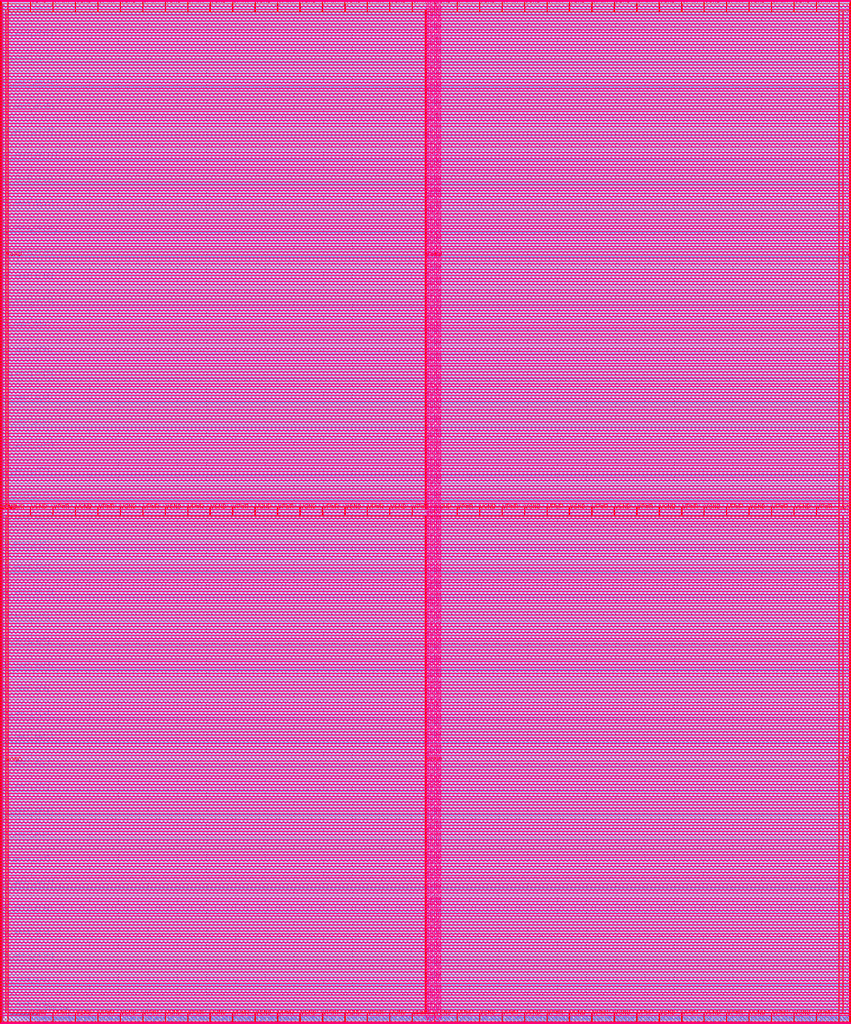
<source format=lef>
VERSION 5.7 ;
  NOWIREEXTENSIONATPIN ON ;
  DIVIDERCHAR "/" ;
  BUSBITCHARS "[]" ;
MACRO mpc
  CLASS BLOCK ;
  FOREIGN mpc ;
  ORIGIN 0.000 0.000 ;
  SIZE 2900.000 BY 3500.000 ;
  PIN IO_east_i[0]
    DIRECTION INPUT ;
    USE SIGNAL ;
    PORT
      LAYER met3 ;
        RECT 2896.000 49.000 2900.000 49.600 ;
    END
  END IO_east_i[0]
  PIN IO_east_i[10]
    DIRECTION INPUT ;
    USE SIGNAL ;
    PORT
      LAYER met3 ;
        RECT 2896.000 2537.800 2900.000 2538.400 ;
    END
  END IO_east_i[10]
  PIN IO_east_i[11]
    DIRECTION INPUT ;
    USE SIGNAL ;
    PORT
      LAYER met3 ;
        RECT 2896.000 2786.680 2900.000 2787.280 ;
    END
  END IO_east_i[11]
  PIN IO_east_i[12]
    DIRECTION INPUT ;
    USE SIGNAL ;
    PORT
      LAYER met3 ;
        RECT 2896.000 3035.560 2900.000 3036.160 ;
    END
  END IO_east_i[12]
  PIN IO_east_i[13]
    DIRECTION INPUT ;
    USE SIGNAL ;
    PORT
      LAYER met3 ;
        RECT 2896.000 3284.440 2900.000 3285.040 ;
    END
  END IO_east_i[13]
  PIN IO_east_i[1]
    DIRECTION INPUT ;
    USE SIGNAL ;
    PORT
      LAYER met3 ;
        RECT 2896.000 297.880 2900.000 298.480 ;
    END
  END IO_east_i[1]
  PIN IO_east_i[2]
    DIRECTION INPUT ;
    USE SIGNAL ;
    PORT
      LAYER met3 ;
        RECT 2896.000 546.760 2900.000 547.360 ;
    END
  END IO_east_i[2]
  PIN IO_east_i[3]
    DIRECTION INPUT ;
    USE SIGNAL ;
    PORT
      LAYER met3 ;
        RECT 2896.000 795.640 2900.000 796.240 ;
    END
  END IO_east_i[3]
  PIN IO_east_i[4]
    DIRECTION INPUT ;
    USE SIGNAL ;
    PORT
      LAYER met3 ;
        RECT 2896.000 1044.520 2900.000 1045.120 ;
    END
  END IO_east_i[4]
  PIN IO_east_i[5]
    DIRECTION INPUT ;
    USE SIGNAL ;
    PORT
      LAYER met3 ;
        RECT 2896.000 1293.400 2900.000 1294.000 ;
    END
  END IO_east_i[5]
  PIN IO_east_i[6]
    DIRECTION INPUT ;
    USE SIGNAL ;
    PORT
      LAYER met3 ;
        RECT 2896.000 1542.280 2900.000 1542.880 ;
    END
  END IO_east_i[6]
  PIN IO_east_i[7]
    DIRECTION INPUT ;
    USE SIGNAL ;
    PORT
      LAYER met3 ;
        RECT 2896.000 1791.160 2900.000 1791.760 ;
    END
  END IO_east_i[7]
  PIN IO_east_i[8]
    DIRECTION INPUT ;
    USE SIGNAL ;
    PORT
      LAYER met3 ;
        RECT 2896.000 2040.040 2900.000 2040.640 ;
    END
  END IO_east_i[8]
  PIN IO_east_i[9]
    DIRECTION INPUT ;
    USE SIGNAL ;
    PORT
      LAYER met3 ;
        RECT 2896.000 2288.920 2900.000 2289.520 ;
    END
  END IO_east_i[9]
  PIN IO_east_o[0]
    DIRECTION OUTPUT TRISTATE ;
    USE SIGNAL ;
    PORT
      LAYER met3 ;
        RECT 2896.000 131.960 2900.000 132.560 ;
    END
  END IO_east_o[0]
  PIN IO_east_o[10]
    DIRECTION OUTPUT TRISTATE ;
    USE SIGNAL ;
    PORT
      LAYER met3 ;
        RECT 2896.000 2620.760 2900.000 2621.360 ;
    END
  END IO_east_o[10]
  PIN IO_east_o[11]
    DIRECTION OUTPUT TRISTATE ;
    USE SIGNAL ;
    PORT
      LAYER met3 ;
        RECT 2896.000 2869.640 2900.000 2870.240 ;
    END
  END IO_east_o[11]
  PIN IO_east_o[12]
    DIRECTION OUTPUT TRISTATE ;
    USE SIGNAL ;
    PORT
      LAYER met3 ;
        RECT 2896.000 3118.520 2900.000 3119.120 ;
    END
  END IO_east_o[12]
  PIN IO_east_o[13]
    DIRECTION OUTPUT TRISTATE ;
    USE SIGNAL ;
    PORT
      LAYER met3 ;
        RECT 2896.000 3367.400 2900.000 3368.000 ;
    END
  END IO_east_o[13]
  PIN IO_east_o[1]
    DIRECTION OUTPUT TRISTATE ;
    USE SIGNAL ;
    PORT
      LAYER met3 ;
        RECT 2896.000 380.840 2900.000 381.440 ;
    END
  END IO_east_o[1]
  PIN IO_east_o[2]
    DIRECTION OUTPUT TRISTATE ;
    USE SIGNAL ;
    PORT
      LAYER met3 ;
        RECT 2896.000 629.720 2900.000 630.320 ;
    END
  END IO_east_o[2]
  PIN IO_east_o[3]
    DIRECTION OUTPUT TRISTATE ;
    USE SIGNAL ;
    PORT
      LAYER met3 ;
        RECT 2896.000 878.600 2900.000 879.200 ;
    END
  END IO_east_o[3]
  PIN IO_east_o[4]
    DIRECTION OUTPUT TRISTATE ;
    USE SIGNAL ;
    PORT
      LAYER met3 ;
        RECT 2896.000 1127.480 2900.000 1128.080 ;
    END
  END IO_east_o[4]
  PIN IO_east_o[5]
    DIRECTION OUTPUT TRISTATE ;
    USE SIGNAL ;
    PORT
      LAYER met3 ;
        RECT 2896.000 1376.360 2900.000 1376.960 ;
    END
  END IO_east_o[5]
  PIN IO_east_o[6]
    DIRECTION OUTPUT TRISTATE ;
    USE SIGNAL ;
    PORT
      LAYER met3 ;
        RECT 2896.000 1625.240 2900.000 1625.840 ;
    END
  END IO_east_o[6]
  PIN IO_east_o[7]
    DIRECTION OUTPUT TRISTATE ;
    USE SIGNAL ;
    PORT
      LAYER met3 ;
        RECT 2896.000 1874.120 2900.000 1874.720 ;
    END
  END IO_east_o[7]
  PIN IO_east_o[8]
    DIRECTION OUTPUT TRISTATE ;
    USE SIGNAL ;
    PORT
      LAYER met3 ;
        RECT 2896.000 2123.000 2900.000 2123.600 ;
    END
  END IO_east_o[8]
  PIN IO_east_o[9]
    DIRECTION OUTPUT TRISTATE ;
    USE SIGNAL ;
    PORT
      LAYER met3 ;
        RECT 2896.000 2371.880 2900.000 2372.480 ;
    END
  END IO_east_o[9]
  PIN IO_east_oe[0]
    DIRECTION OUTPUT TRISTATE ;
    USE SIGNAL ;
    PORT
      LAYER met3 ;
        RECT 2896.000 214.920 2900.000 215.520 ;
    END
  END IO_east_oe[0]
  PIN IO_east_oe[10]
    DIRECTION OUTPUT TRISTATE ;
    USE SIGNAL ;
    PORT
      LAYER met3 ;
        RECT 2896.000 2703.720 2900.000 2704.320 ;
    END
  END IO_east_oe[10]
  PIN IO_east_oe[11]
    DIRECTION OUTPUT TRISTATE ;
    USE SIGNAL ;
    PORT
      LAYER met3 ;
        RECT 2896.000 2952.600 2900.000 2953.200 ;
    END
  END IO_east_oe[11]
  PIN IO_east_oe[12]
    DIRECTION OUTPUT TRISTATE ;
    USE SIGNAL ;
    PORT
      LAYER met3 ;
        RECT 2896.000 3201.480 2900.000 3202.080 ;
    END
  END IO_east_oe[12]
  PIN IO_east_oe[13]
    DIRECTION OUTPUT TRISTATE ;
    USE SIGNAL ;
    PORT
      LAYER met3 ;
        RECT 2896.000 3450.360 2900.000 3450.960 ;
    END
  END IO_east_oe[13]
  PIN IO_east_oe[1]
    DIRECTION OUTPUT TRISTATE ;
    USE SIGNAL ;
    PORT
      LAYER met3 ;
        RECT 2896.000 463.800 2900.000 464.400 ;
    END
  END IO_east_oe[1]
  PIN IO_east_oe[2]
    DIRECTION OUTPUT TRISTATE ;
    USE SIGNAL ;
    PORT
      LAYER met3 ;
        RECT 2896.000 712.680 2900.000 713.280 ;
    END
  END IO_east_oe[2]
  PIN IO_east_oe[3]
    DIRECTION OUTPUT TRISTATE ;
    USE SIGNAL ;
    PORT
      LAYER met3 ;
        RECT 2896.000 961.560 2900.000 962.160 ;
    END
  END IO_east_oe[3]
  PIN IO_east_oe[4]
    DIRECTION OUTPUT TRISTATE ;
    USE SIGNAL ;
    PORT
      LAYER met3 ;
        RECT 2896.000 1210.440 2900.000 1211.040 ;
    END
  END IO_east_oe[4]
  PIN IO_east_oe[5]
    DIRECTION OUTPUT TRISTATE ;
    USE SIGNAL ;
    PORT
      LAYER met3 ;
        RECT 2896.000 1459.320 2900.000 1459.920 ;
    END
  END IO_east_oe[5]
  PIN IO_east_oe[6]
    DIRECTION OUTPUT TRISTATE ;
    USE SIGNAL ;
    PORT
      LAYER met3 ;
        RECT 2896.000 1708.200 2900.000 1708.800 ;
    END
  END IO_east_oe[6]
  PIN IO_east_oe[7]
    DIRECTION OUTPUT TRISTATE ;
    USE SIGNAL ;
    PORT
      LAYER met3 ;
        RECT 2896.000 1957.080 2900.000 1957.680 ;
    END
  END IO_east_oe[7]
  PIN IO_east_oe[8]
    DIRECTION OUTPUT TRISTATE ;
    USE SIGNAL ;
    PORT
      LAYER met3 ;
        RECT 2896.000 2205.960 2900.000 2206.560 ;
    END
  END IO_east_oe[8]
  PIN IO_east_oe[9]
    DIRECTION OUTPUT TRISTATE ;
    USE SIGNAL ;
    PORT
      LAYER met3 ;
        RECT 2896.000 2454.840 2900.000 2455.440 ;
    END
  END IO_east_oe[9]
  PIN IO_north_i[0]
    DIRECTION INPUT ;
    USE SIGNAL ;
    PORT
      LAYER met2 ;
        RECT 48.850 3496.000 49.130 3500.000 ;
    END
  END IO_north_i[0]
  PIN IO_north_i[1]
    DIRECTION INPUT ;
    USE SIGNAL ;
    PORT
      LAYER met2 ;
        RECT 338.650 3496.000 338.930 3500.000 ;
    END
  END IO_north_i[1]
  PIN IO_north_i[2]
    DIRECTION INPUT ;
    USE SIGNAL ;
    PORT
      LAYER met2 ;
        RECT 628.450 3496.000 628.730 3500.000 ;
    END
  END IO_north_i[2]
  PIN IO_north_i[3]
    DIRECTION INPUT ;
    USE SIGNAL ;
    PORT
      LAYER met2 ;
        RECT 918.250 3496.000 918.530 3500.000 ;
    END
  END IO_north_i[3]
  PIN IO_north_i[4]
    DIRECTION INPUT ;
    USE SIGNAL ;
    PORT
      LAYER met2 ;
        RECT 1208.050 3496.000 1208.330 3500.000 ;
    END
  END IO_north_i[4]
  PIN IO_north_i[5]
    DIRECTION INPUT ;
    USE SIGNAL ;
    PORT
      LAYER met2 ;
        RECT 1497.850 3496.000 1498.130 3500.000 ;
    END
  END IO_north_i[5]
  PIN IO_north_i[6]
    DIRECTION INPUT ;
    USE SIGNAL ;
    PORT
      LAYER met2 ;
        RECT 1787.650 3496.000 1787.930 3500.000 ;
    END
  END IO_north_i[6]
  PIN IO_north_i[7]
    DIRECTION INPUT ;
    USE SIGNAL ;
    PORT
      LAYER met2 ;
        RECT 2077.450 3496.000 2077.730 3500.000 ;
    END
  END IO_north_i[7]
  PIN IO_north_i[8]
    DIRECTION INPUT ;
    USE SIGNAL ;
    PORT
      LAYER met2 ;
        RECT 2367.250 3496.000 2367.530 3500.000 ;
    END
  END IO_north_i[8]
  PIN IO_north_i[9]
    DIRECTION INPUT ;
    USE SIGNAL ;
    PORT
      LAYER met2 ;
        RECT 2657.050 3496.000 2657.330 3500.000 ;
    END
  END IO_north_i[9]
  PIN IO_north_o[0]
    DIRECTION OUTPUT TRISTATE ;
    USE SIGNAL ;
    PORT
      LAYER met2 ;
        RECT 145.450 3496.000 145.730 3500.000 ;
    END
  END IO_north_o[0]
  PIN IO_north_o[1]
    DIRECTION OUTPUT TRISTATE ;
    USE SIGNAL ;
    PORT
      LAYER met2 ;
        RECT 435.250 3496.000 435.530 3500.000 ;
    END
  END IO_north_o[1]
  PIN IO_north_o[2]
    DIRECTION OUTPUT TRISTATE ;
    USE SIGNAL ;
    PORT
      LAYER met2 ;
        RECT 725.050 3496.000 725.330 3500.000 ;
    END
  END IO_north_o[2]
  PIN IO_north_o[3]
    DIRECTION OUTPUT TRISTATE ;
    USE SIGNAL ;
    PORT
      LAYER met2 ;
        RECT 1014.850 3496.000 1015.130 3500.000 ;
    END
  END IO_north_o[3]
  PIN IO_north_o[4]
    DIRECTION OUTPUT TRISTATE ;
    USE SIGNAL ;
    PORT
      LAYER met2 ;
        RECT 1304.650 3496.000 1304.930 3500.000 ;
    END
  END IO_north_o[4]
  PIN IO_north_o[5]
    DIRECTION OUTPUT TRISTATE ;
    USE SIGNAL ;
    PORT
      LAYER met2 ;
        RECT 1594.450 3496.000 1594.730 3500.000 ;
    END
  END IO_north_o[5]
  PIN IO_north_o[6]
    DIRECTION OUTPUT TRISTATE ;
    USE SIGNAL ;
    PORT
      LAYER met2 ;
        RECT 1884.250 3496.000 1884.530 3500.000 ;
    END
  END IO_north_o[6]
  PIN IO_north_o[7]
    DIRECTION OUTPUT TRISTATE ;
    USE SIGNAL ;
    PORT
      LAYER met2 ;
        RECT 2174.050 3496.000 2174.330 3500.000 ;
    END
  END IO_north_o[7]
  PIN IO_north_o[8]
    DIRECTION OUTPUT TRISTATE ;
    USE SIGNAL ;
    PORT
      LAYER met2 ;
        RECT 2463.850 3496.000 2464.130 3500.000 ;
    END
  END IO_north_o[8]
  PIN IO_north_o[9]
    DIRECTION OUTPUT TRISTATE ;
    USE SIGNAL ;
    PORT
      LAYER met2 ;
        RECT 2753.650 3496.000 2753.930 3500.000 ;
    END
  END IO_north_o[9]
  PIN IO_north_oe[0]
    DIRECTION OUTPUT TRISTATE ;
    USE SIGNAL ;
    PORT
      LAYER met2 ;
        RECT 242.050 3496.000 242.330 3500.000 ;
    END
  END IO_north_oe[0]
  PIN IO_north_oe[1]
    DIRECTION OUTPUT TRISTATE ;
    USE SIGNAL ;
    PORT
      LAYER met2 ;
        RECT 531.850 3496.000 532.130 3500.000 ;
    END
  END IO_north_oe[1]
  PIN IO_north_oe[2]
    DIRECTION OUTPUT TRISTATE ;
    USE SIGNAL ;
    PORT
      LAYER met2 ;
        RECT 821.650 3496.000 821.930 3500.000 ;
    END
  END IO_north_oe[2]
  PIN IO_north_oe[3]
    DIRECTION OUTPUT TRISTATE ;
    USE SIGNAL ;
    PORT
      LAYER met2 ;
        RECT 1111.450 3496.000 1111.730 3500.000 ;
    END
  END IO_north_oe[3]
  PIN IO_north_oe[4]
    DIRECTION OUTPUT TRISTATE ;
    USE SIGNAL ;
    PORT
      LAYER met2 ;
        RECT 1401.250 3496.000 1401.530 3500.000 ;
    END
  END IO_north_oe[4]
  PIN IO_north_oe[5]
    DIRECTION OUTPUT TRISTATE ;
    USE SIGNAL ;
    PORT
      LAYER met2 ;
        RECT 1691.050 3496.000 1691.330 3500.000 ;
    END
  END IO_north_oe[5]
  PIN IO_north_oe[6]
    DIRECTION OUTPUT TRISTATE ;
    USE SIGNAL ;
    PORT
      LAYER met2 ;
        RECT 1980.850 3496.000 1981.130 3500.000 ;
    END
  END IO_north_oe[6]
  PIN IO_north_oe[7]
    DIRECTION OUTPUT TRISTATE ;
    USE SIGNAL ;
    PORT
      LAYER met2 ;
        RECT 2270.650 3496.000 2270.930 3500.000 ;
    END
  END IO_north_oe[7]
  PIN IO_north_oe[8]
    DIRECTION OUTPUT TRISTATE ;
    USE SIGNAL ;
    PORT
      LAYER met2 ;
        RECT 2560.450 3496.000 2560.730 3500.000 ;
    END
  END IO_north_oe[8]
  PIN IO_north_oe[9]
    DIRECTION OUTPUT TRISTATE ;
    USE SIGNAL ;
    PORT
      LAYER met2 ;
        RECT 2850.250 3496.000 2850.530 3500.000 ;
    END
  END IO_north_oe[9]
  PIN IO_west_i[0]
    DIRECTION INPUT ;
    USE SIGNAL ;
    PORT
      LAYER met3 ;
        RECT 0.000 49.000 4.000 49.600 ;
    END
  END IO_west_i[0]
  PIN IO_west_i[10]
    DIRECTION INPUT ;
    USE SIGNAL ;
    PORT
      LAYER met3 ;
        RECT 0.000 2537.800 4.000 2538.400 ;
    END
  END IO_west_i[10]
  PIN IO_west_i[11]
    DIRECTION INPUT ;
    USE SIGNAL ;
    PORT
      LAYER met3 ;
        RECT 0.000 2786.680 4.000 2787.280 ;
    END
  END IO_west_i[11]
  PIN IO_west_i[12]
    DIRECTION INPUT ;
    USE SIGNAL ;
    PORT
      LAYER met3 ;
        RECT 0.000 3035.560 4.000 3036.160 ;
    END
  END IO_west_i[12]
  PIN IO_west_i[13]
    DIRECTION INPUT ;
    USE SIGNAL ;
    PORT
      LAYER met3 ;
        RECT 0.000 3284.440 4.000 3285.040 ;
    END
  END IO_west_i[13]
  PIN IO_west_i[1]
    DIRECTION INPUT ;
    USE SIGNAL ;
    PORT
      LAYER met3 ;
        RECT 0.000 297.880 4.000 298.480 ;
    END
  END IO_west_i[1]
  PIN IO_west_i[2]
    DIRECTION INPUT ;
    USE SIGNAL ;
    PORT
      LAYER met3 ;
        RECT 0.000 546.760 4.000 547.360 ;
    END
  END IO_west_i[2]
  PIN IO_west_i[3]
    DIRECTION INPUT ;
    USE SIGNAL ;
    PORT
      LAYER met3 ;
        RECT 0.000 795.640 4.000 796.240 ;
    END
  END IO_west_i[3]
  PIN IO_west_i[4]
    DIRECTION INPUT ;
    USE SIGNAL ;
    PORT
      LAYER met3 ;
        RECT 0.000 1044.520 4.000 1045.120 ;
    END
  END IO_west_i[4]
  PIN IO_west_i[5]
    DIRECTION INPUT ;
    USE SIGNAL ;
    PORT
      LAYER met3 ;
        RECT 0.000 1293.400 4.000 1294.000 ;
    END
  END IO_west_i[5]
  PIN IO_west_i[6]
    DIRECTION INPUT ;
    USE SIGNAL ;
    PORT
      LAYER met3 ;
        RECT 0.000 1542.280 4.000 1542.880 ;
    END
  END IO_west_i[6]
  PIN IO_west_i[7]
    DIRECTION INPUT ;
    USE SIGNAL ;
    PORT
      LAYER met3 ;
        RECT 0.000 1791.160 4.000 1791.760 ;
    END
  END IO_west_i[7]
  PIN IO_west_i[8]
    DIRECTION INPUT ;
    USE SIGNAL ;
    PORT
      LAYER met3 ;
        RECT 0.000 2040.040 4.000 2040.640 ;
    END
  END IO_west_i[8]
  PIN IO_west_i[9]
    DIRECTION INPUT ;
    USE SIGNAL ;
    PORT
      LAYER met3 ;
        RECT 0.000 2288.920 4.000 2289.520 ;
    END
  END IO_west_i[9]
  PIN IO_west_o[0]
    DIRECTION OUTPUT TRISTATE ;
    USE SIGNAL ;
    PORT
      LAYER met3 ;
        RECT 0.000 131.960 4.000 132.560 ;
    END
  END IO_west_o[0]
  PIN IO_west_o[10]
    DIRECTION OUTPUT TRISTATE ;
    USE SIGNAL ;
    PORT
      LAYER met3 ;
        RECT 0.000 2620.760 4.000 2621.360 ;
    END
  END IO_west_o[10]
  PIN IO_west_o[11]
    DIRECTION OUTPUT TRISTATE ;
    USE SIGNAL ;
    PORT
      LAYER met3 ;
        RECT 0.000 2869.640 4.000 2870.240 ;
    END
  END IO_west_o[11]
  PIN IO_west_o[12]
    DIRECTION OUTPUT TRISTATE ;
    USE SIGNAL ;
    PORT
      LAYER met3 ;
        RECT 0.000 3118.520 4.000 3119.120 ;
    END
  END IO_west_o[12]
  PIN IO_west_o[13]
    DIRECTION OUTPUT TRISTATE ;
    USE SIGNAL ;
    PORT
      LAYER met3 ;
        RECT 0.000 3367.400 4.000 3368.000 ;
    END
  END IO_west_o[13]
  PIN IO_west_o[1]
    DIRECTION OUTPUT TRISTATE ;
    USE SIGNAL ;
    PORT
      LAYER met3 ;
        RECT 0.000 380.840 4.000 381.440 ;
    END
  END IO_west_o[1]
  PIN IO_west_o[2]
    DIRECTION OUTPUT TRISTATE ;
    USE SIGNAL ;
    PORT
      LAYER met3 ;
        RECT 0.000 629.720 4.000 630.320 ;
    END
  END IO_west_o[2]
  PIN IO_west_o[3]
    DIRECTION OUTPUT TRISTATE ;
    USE SIGNAL ;
    PORT
      LAYER met3 ;
        RECT 0.000 878.600 4.000 879.200 ;
    END
  END IO_west_o[3]
  PIN IO_west_o[4]
    DIRECTION OUTPUT TRISTATE ;
    USE SIGNAL ;
    PORT
      LAYER met3 ;
        RECT 0.000 1127.480 4.000 1128.080 ;
    END
  END IO_west_o[4]
  PIN IO_west_o[5]
    DIRECTION OUTPUT TRISTATE ;
    USE SIGNAL ;
    PORT
      LAYER met3 ;
        RECT 0.000 1376.360 4.000 1376.960 ;
    END
  END IO_west_o[5]
  PIN IO_west_o[6]
    DIRECTION OUTPUT TRISTATE ;
    USE SIGNAL ;
    PORT
      LAYER met3 ;
        RECT 0.000 1625.240 4.000 1625.840 ;
    END
  END IO_west_o[6]
  PIN IO_west_o[7]
    DIRECTION OUTPUT TRISTATE ;
    USE SIGNAL ;
    PORT
      LAYER met3 ;
        RECT 0.000 1874.120 4.000 1874.720 ;
    END
  END IO_west_o[7]
  PIN IO_west_o[8]
    DIRECTION OUTPUT TRISTATE ;
    USE SIGNAL ;
    PORT
      LAYER met3 ;
        RECT 0.000 2123.000 4.000 2123.600 ;
    END
  END IO_west_o[8]
  PIN IO_west_o[9]
    DIRECTION OUTPUT TRISTATE ;
    USE SIGNAL ;
    PORT
      LAYER met3 ;
        RECT 0.000 2371.880 4.000 2372.480 ;
    END
  END IO_west_o[9]
  PIN IO_west_oe[0]
    DIRECTION OUTPUT TRISTATE ;
    USE SIGNAL ;
    PORT
      LAYER met3 ;
        RECT 0.000 214.920 4.000 215.520 ;
    END
  END IO_west_oe[0]
  PIN IO_west_oe[10]
    DIRECTION OUTPUT TRISTATE ;
    USE SIGNAL ;
    PORT
      LAYER met3 ;
        RECT 0.000 2703.720 4.000 2704.320 ;
    END
  END IO_west_oe[10]
  PIN IO_west_oe[11]
    DIRECTION OUTPUT TRISTATE ;
    USE SIGNAL ;
    PORT
      LAYER met3 ;
        RECT 0.000 2952.600 4.000 2953.200 ;
    END
  END IO_west_oe[11]
  PIN IO_west_oe[12]
    DIRECTION OUTPUT TRISTATE ;
    USE SIGNAL ;
    PORT
      LAYER met3 ;
        RECT 0.000 3201.480 4.000 3202.080 ;
    END
  END IO_west_oe[12]
  PIN IO_west_oe[13]
    DIRECTION OUTPUT TRISTATE ;
    USE SIGNAL ;
    PORT
      LAYER met3 ;
        RECT 0.000 3450.360 4.000 3450.960 ;
    END
  END IO_west_oe[13]
  PIN IO_west_oe[1]
    DIRECTION OUTPUT TRISTATE ;
    USE SIGNAL ;
    PORT
      LAYER met3 ;
        RECT 0.000 463.800 4.000 464.400 ;
    END
  END IO_west_oe[1]
  PIN IO_west_oe[2]
    DIRECTION OUTPUT TRISTATE ;
    USE SIGNAL ;
    PORT
      LAYER met3 ;
        RECT 0.000 712.680 4.000 713.280 ;
    END
  END IO_west_oe[2]
  PIN IO_west_oe[3]
    DIRECTION OUTPUT TRISTATE ;
    USE SIGNAL ;
    PORT
      LAYER met3 ;
        RECT 0.000 961.560 4.000 962.160 ;
    END
  END IO_west_oe[3]
  PIN IO_west_oe[4]
    DIRECTION OUTPUT TRISTATE ;
    USE SIGNAL ;
    PORT
      LAYER met3 ;
        RECT 0.000 1210.440 4.000 1211.040 ;
    END
  END IO_west_oe[4]
  PIN IO_west_oe[5]
    DIRECTION OUTPUT TRISTATE ;
    USE SIGNAL ;
    PORT
      LAYER met3 ;
        RECT 0.000 1459.320 4.000 1459.920 ;
    END
  END IO_west_oe[5]
  PIN IO_west_oe[6]
    DIRECTION OUTPUT TRISTATE ;
    USE SIGNAL ;
    PORT
      LAYER met3 ;
        RECT 0.000 1708.200 4.000 1708.800 ;
    END
  END IO_west_oe[6]
  PIN IO_west_oe[7]
    DIRECTION OUTPUT TRISTATE ;
    USE SIGNAL ;
    PORT
      LAYER met3 ;
        RECT 0.000 1957.080 4.000 1957.680 ;
    END
  END IO_west_oe[7]
  PIN IO_west_oe[8]
    DIRECTION OUTPUT TRISTATE ;
    USE SIGNAL ;
    PORT
      LAYER met3 ;
        RECT 0.000 2205.960 4.000 2206.560 ;
    END
  END IO_west_oe[8]
  PIN IO_west_oe[9]
    DIRECTION OUTPUT TRISTATE ;
    USE SIGNAL ;
    PORT
      LAYER met3 ;
        RECT 0.000 2454.840 4.000 2455.440 ;
    END
  END IO_west_oe[9]
  PIN VGND
    DIRECTION INOUT ;
    USE GROUND ;
    PORT
      LAYER met4 ;
        RECT -5.380 -0.020 -3.780 3497.940 ;
    END
    PORT
      LAYER met5 ;
        RECT -5.380 -0.020 2905.220 1.580 ;
    END
    PORT
      LAYER met5 ;
        RECT -5.380 3496.340 2905.220 3497.940 ;
    END
    PORT
      LAYER met4 ;
        RECT 2903.620 -0.020 2905.220 3497.940 ;
    END
    PORT
      LAYER met4 ;
        RECT 97.840 -0.020 99.440 39.700 ;
    END
    PORT
      LAYER met4 ;
        RECT 97.840 1735.285 99.440 1764.700 ;
    END
    PORT
      LAYER met4 ;
        RECT 97.840 3460.300 99.440 3497.940 ;
    END
    PORT
      LAYER met4 ;
        RECT 251.440 -0.020 253.040 39.700 ;
    END
    PORT
      LAYER met4 ;
        RECT 251.440 1735.285 253.040 1764.700 ;
    END
    PORT
      LAYER met4 ;
        RECT 251.440 3460.300 253.040 3497.940 ;
    END
    PORT
      LAYER met4 ;
        RECT 405.040 -0.020 406.640 39.700 ;
    END
    PORT
      LAYER met4 ;
        RECT 405.040 1735.285 406.640 1764.700 ;
    END
    PORT
      LAYER met4 ;
        RECT 405.040 3460.300 406.640 3497.940 ;
    END
    PORT
      LAYER met4 ;
        RECT 558.640 -0.020 560.240 39.700 ;
    END
    PORT
      LAYER met4 ;
        RECT 558.640 1735.285 560.240 1764.700 ;
    END
    PORT
      LAYER met4 ;
        RECT 558.640 3460.300 560.240 3497.940 ;
    END
    PORT
      LAYER met4 ;
        RECT 712.240 -0.020 713.840 39.700 ;
    END
    PORT
      LAYER met4 ;
        RECT 712.240 1735.285 713.840 1764.700 ;
    END
    PORT
      LAYER met4 ;
        RECT 712.240 3460.300 713.840 3497.940 ;
    END
    PORT
      LAYER met4 ;
        RECT 865.840 -0.020 867.440 39.700 ;
    END
    PORT
      LAYER met4 ;
        RECT 865.840 1735.285 867.440 1764.700 ;
    END
    PORT
      LAYER met4 ;
        RECT 865.840 3460.300 867.440 3497.940 ;
    END
    PORT
      LAYER met4 ;
        RECT 1019.440 -0.020 1021.040 39.700 ;
    END
    PORT
      LAYER met4 ;
        RECT 1019.440 1735.285 1021.040 1764.700 ;
    END
    PORT
      LAYER met4 ;
        RECT 1019.440 3460.300 1021.040 3497.940 ;
    END
    PORT
      LAYER met4 ;
        RECT 1173.040 -0.020 1174.640 39.700 ;
    END
    PORT
      LAYER met4 ;
        RECT 1173.040 1735.285 1174.640 1764.700 ;
    END
    PORT
      LAYER met4 ;
        RECT 1173.040 3460.300 1174.640 3497.940 ;
    END
    PORT
      LAYER met4 ;
        RECT 1326.640 -0.020 1328.240 39.700 ;
    END
    PORT
      LAYER met4 ;
        RECT 1326.640 1735.285 1328.240 1764.700 ;
    END
    PORT
      LAYER met4 ;
        RECT 1326.640 3460.300 1328.240 3497.940 ;
    END
    PORT
      LAYER met4 ;
        RECT 1480.240 -0.020 1481.840 39.700 ;
    END
    PORT
      LAYER met4 ;
        RECT 1480.240 1735.285 1481.840 1764.700 ;
    END
    PORT
      LAYER met4 ;
        RECT 1480.240 3460.300 1481.840 3497.940 ;
    END
    PORT
      LAYER met4 ;
        RECT 1633.840 -0.020 1635.440 39.700 ;
    END
    PORT
      LAYER met4 ;
        RECT 1633.840 1735.285 1635.440 1764.700 ;
    END
    PORT
      LAYER met4 ;
        RECT 1633.840 3460.300 1635.440 3497.940 ;
    END
    PORT
      LAYER met4 ;
        RECT 1787.440 -0.020 1789.040 39.700 ;
    END
    PORT
      LAYER met4 ;
        RECT 1787.440 1735.285 1789.040 1764.700 ;
    END
    PORT
      LAYER met4 ;
        RECT 1787.440 3460.300 1789.040 3497.940 ;
    END
    PORT
      LAYER met4 ;
        RECT 1941.040 -0.020 1942.640 39.700 ;
    END
    PORT
      LAYER met4 ;
        RECT 1941.040 1735.285 1942.640 1764.700 ;
    END
    PORT
      LAYER met4 ;
        RECT 1941.040 3460.300 1942.640 3497.940 ;
    END
    PORT
      LAYER met4 ;
        RECT 2094.640 -0.020 2096.240 39.700 ;
    END
    PORT
      LAYER met4 ;
        RECT 2094.640 1735.285 2096.240 1764.700 ;
    END
    PORT
      LAYER met4 ;
        RECT 2094.640 3460.300 2096.240 3497.940 ;
    END
    PORT
      LAYER met4 ;
        RECT 2248.240 -0.020 2249.840 39.700 ;
    END
    PORT
      LAYER met4 ;
        RECT 2248.240 1735.285 2249.840 1764.700 ;
    END
    PORT
      LAYER met4 ;
        RECT 2248.240 3460.300 2249.840 3497.940 ;
    END
    PORT
      LAYER met4 ;
        RECT 2401.840 -0.020 2403.440 39.700 ;
    END
    PORT
      LAYER met4 ;
        RECT 2401.840 1735.285 2403.440 1764.700 ;
    END
    PORT
      LAYER met4 ;
        RECT 2401.840 3460.300 2403.440 3497.940 ;
    END
    PORT
      LAYER met4 ;
        RECT 2555.440 -0.020 2557.040 39.700 ;
    END
    PORT
      LAYER met4 ;
        RECT 2555.440 1735.285 2557.040 1764.700 ;
    END
    PORT
      LAYER met4 ;
        RECT 2555.440 3460.300 2557.040 3497.940 ;
    END
    PORT
      LAYER met4 ;
        RECT 2709.040 -0.020 2710.640 39.700 ;
    END
    PORT
      LAYER met4 ;
        RECT 2709.040 1735.285 2710.640 1764.700 ;
    END
    PORT
      LAYER met4 ;
        RECT 2709.040 3460.300 2710.640 3497.940 ;
    END
    PORT
      LAYER met4 ;
        RECT 2862.640 -0.020 2864.240 3497.940 ;
    END
    PORT
      LAYER met5 ;
        RECT -5.380 36.730 2905.220 38.330 ;
    END
    PORT
      LAYER met5 ;
        RECT -5.380 56.730 2905.220 58.330 ;
    END
    PORT
      LAYER met5 ;
        RECT -5.380 76.730 2905.220 78.330 ;
    END
    PORT
      LAYER met5 ;
        RECT -5.380 96.730 2905.220 98.330 ;
    END
    PORT
      LAYER met5 ;
        RECT -5.380 116.730 2905.220 118.330 ;
    END
    PORT
      LAYER met5 ;
        RECT -5.380 136.730 2905.220 138.330 ;
    END
    PORT
      LAYER met5 ;
        RECT -5.380 156.730 2905.220 158.330 ;
    END
    PORT
      LAYER met5 ;
        RECT -5.380 176.730 2905.220 178.330 ;
    END
    PORT
      LAYER met5 ;
        RECT -5.380 196.730 2905.220 198.330 ;
    END
    PORT
      LAYER met5 ;
        RECT -5.380 216.730 2905.220 218.330 ;
    END
    PORT
      LAYER met5 ;
        RECT -5.380 236.730 2905.220 238.330 ;
    END
    PORT
      LAYER met5 ;
        RECT -5.380 256.730 2905.220 258.330 ;
    END
    PORT
      LAYER met5 ;
        RECT -5.380 276.730 2905.220 278.330 ;
    END
    PORT
      LAYER met5 ;
        RECT -5.380 296.730 2905.220 298.330 ;
    END
    PORT
      LAYER met5 ;
        RECT -5.380 316.730 2905.220 318.330 ;
    END
    PORT
      LAYER met5 ;
        RECT -5.380 336.730 2905.220 338.330 ;
    END
    PORT
      LAYER met5 ;
        RECT -5.380 356.730 2905.220 358.330 ;
    END
    PORT
      LAYER met5 ;
        RECT -5.380 376.730 2905.220 378.330 ;
    END
    PORT
      LAYER met5 ;
        RECT -5.380 396.730 2905.220 398.330 ;
    END
    PORT
      LAYER met5 ;
        RECT -5.380 416.730 2905.220 418.330 ;
    END
    PORT
      LAYER met5 ;
        RECT -5.380 436.730 2905.220 438.330 ;
    END
    PORT
      LAYER met5 ;
        RECT -5.380 456.730 2905.220 458.330 ;
    END
    PORT
      LAYER met5 ;
        RECT -5.380 476.730 2905.220 478.330 ;
    END
    PORT
      LAYER met5 ;
        RECT -5.380 496.730 2905.220 498.330 ;
    END
    PORT
      LAYER met5 ;
        RECT -5.380 516.730 2905.220 518.330 ;
    END
    PORT
      LAYER met5 ;
        RECT -5.380 536.730 2905.220 538.330 ;
    END
    PORT
      LAYER met5 ;
        RECT -5.380 556.730 2905.220 558.330 ;
    END
    PORT
      LAYER met5 ;
        RECT -5.380 576.730 2905.220 578.330 ;
    END
    PORT
      LAYER met5 ;
        RECT -5.380 596.730 2905.220 598.330 ;
    END
    PORT
      LAYER met5 ;
        RECT -5.380 616.730 2905.220 618.330 ;
    END
    PORT
      LAYER met5 ;
        RECT -5.380 636.730 2905.220 638.330 ;
    END
    PORT
      LAYER met5 ;
        RECT -5.380 656.730 2905.220 658.330 ;
    END
    PORT
      LAYER met5 ;
        RECT -5.380 676.730 2905.220 678.330 ;
    END
    PORT
      LAYER met5 ;
        RECT -5.380 696.730 2905.220 698.330 ;
    END
    PORT
      LAYER met5 ;
        RECT -5.380 716.730 2905.220 718.330 ;
    END
    PORT
      LAYER met5 ;
        RECT -5.380 736.730 2905.220 738.330 ;
    END
    PORT
      LAYER met5 ;
        RECT -5.380 756.730 2905.220 758.330 ;
    END
    PORT
      LAYER met5 ;
        RECT -5.380 776.730 2905.220 778.330 ;
    END
    PORT
      LAYER met5 ;
        RECT -5.380 796.730 2905.220 798.330 ;
    END
    PORT
      LAYER met5 ;
        RECT -5.380 816.730 2905.220 818.330 ;
    END
    PORT
      LAYER met5 ;
        RECT -5.380 836.730 2905.220 838.330 ;
    END
    PORT
      LAYER met5 ;
        RECT -5.380 856.730 2905.220 858.330 ;
    END
    PORT
      LAYER met5 ;
        RECT -5.380 876.730 2905.220 878.330 ;
    END
    PORT
      LAYER met5 ;
        RECT -5.380 896.730 2905.220 898.330 ;
    END
    PORT
      LAYER met5 ;
        RECT -5.380 916.730 2905.220 918.330 ;
    END
    PORT
      LAYER met5 ;
        RECT -5.380 936.730 2905.220 938.330 ;
    END
    PORT
      LAYER met5 ;
        RECT -5.380 956.730 2905.220 958.330 ;
    END
    PORT
      LAYER met5 ;
        RECT -5.380 976.730 2905.220 978.330 ;
    END
    PORT
      LAYER met5 ;
        RECT -5.380 996.730 2905.220 998.330 ;
    END
    PORT
      LAYER met5 ;
        RECT -5.380 1016.730 2905.220 1018.330 ;
    END
    PORT
      LAYER met5 ;
        RECT -5.380 1036.730 2905.220 1038.330 ;
    END
    PORT
      LAYER met5 ;
        RECT -5.380 1056.730 2905.220 1058.330 ;
    END
    PORT
      LAYER met5 ;
        RECT -5.380 1076.730 2905.220 1078.330 ;
    END
    PORT
      LAYER met5 ;
        RECT -5.380 1096.730 2905.220 1098.330 ;
    END
    PORT
      LAYER met5 ;
        RECT -5.380 1116.730 2905.220 1118.330 ;
    END
    PORT
      LAYER met5 ;
        RECT -5.380 1136.730 2905.220 1138.330 ;
    END
    PORT
      LAYER met5 ;
        RECT -5.380 1156.730 2905.220 1158.330 ;
    END
    PORT
      LAYER met5 ;
        RECT -5.380 1176.730 2905.220 1178.330 ;
    END
    PORT
      LAYER met5 ;
        RECT -5.380 1196.730 2905.220 1198.330 ;
    END
    PORT
      LAYER met5 ;
        RECT -5.380 1216.730 2905.220 1218.330 ;
    END
    PORT
      LAYER met5 ;
        RECT -5.380 1236.730 2905.220 1238.330 ;
    END
    PORT
      LAYER met5 ;
        RECT -5.380 1256.730 2905.220 1258.330 ;
    END
    PORT
      LAYER met5 ;
        RECT -5.380 1276.730 2905.220 1278.330 ;
    END
    PORT
      LAYER met5 ;
        RECT -5.380 1296.730 2905.220 1298.330 ;
    END
    PORT
      LAYER met5 ;
        RECT -5.380 1316.730 2905.220 1318.330 ;
    END
    PORT
      LAYER met5 ;
        RECT -5.380 1336.730 2905.220 1338.330 ;
    END
    PORT
      LAYER met5 ;
        RECT -5.380 1356.730 2905.220 1358.330 ;
    END
    PORT
      LAYER met5 ;
        RECT -5.380 1376.730 2905.220 1378.330 ;
    END
    PORT
      LAYER met5 ;
        RECT -5.380 1396.730 2905.220 1398.330 ;
    END
    PORT
      LAYER met5 ;
        RECT -5.380 1416.730 2905.220 1418.330 ;
    END
    PORT
      LAYER met5 ;
        RECT -5.380 1436.730 2905.220 1438.330 ;
    END
    PORT
      LAYER met5 ;
        RECT -5.380 1456.730 2905.220 1458.330 ;
    END
    PORT
      LAYER met5 ;
        RECT -5.380 1476.730 2905.220 1478.330 ;
    END
    PORT
      LAYER met5 ;
        RECT -5.380 1496.730 2905.220 1498.330 ;
    END
    PORT
      LAYER met5 ;
        RECT -5.380 1516.730 2905.220 1518.330 ;
    END
    PORT
      LAYER met5 ;
        RECT -5.380 1536.730 2905.220 1538.330 ;
    END
    PORT
      LAYER met5 ;
        RECT -5.380 1556.730 2905.220 1558.330 ;
    END
    PORT
      LAYER met5 ;
        RECT -5.380 1576.730 2905.220 1578.330 ;
    END
    PORT
      LAYER met5 ;
        RECT -5.380 1596.730 2905.220 1598.330 ;
    END
    PORT
      LAYER met5 ;
        RECT -5.380 1616.730 2905.220 1618.330 ;
    END
    PORT
      LAYER met5 ;
        RECT -5.380 1636.730 2905.220 1638.330 ;
    END
    PORT
      LAYER met5 ;
        RECT -5.380 1656.730 2905.220 1658.330 ;
    END
    PORT
      LAYER met5 ;
        RECT -5.380 1676.730 2905.220 1678.330 ;
    END
    PORT
      LAYER met5 ;
        RECT -5.380 1696.730 2905.220 1698.330 ;
    END
    PORT
      LAYER met5 ;
        RECT -5.380 1716.730 2905.220 1718.330 ;
    END
    PORT
      LAYER met5 ;
        RECT -5.380 1736.730 2905.220 1738.330 ;
    END
    PORT
      LAYER met5 ;
        RECT -5.380 1756.730 2905.220 1758.330 ;
    END
    PORT
      LAYER met5 ;
        RECT -5.380 1776.730 2905.220 1778.330 ;
    END
    PORT
      LAYER met5 ;
        RECT -5.380 1796.730 2905.220 1798.330 ;
    END
    PORT
      LAYER met5 ;
        RECT -5.380 1816.730 2905.220 1818.330 ;
    END
    PORT
      LAYER met5 ;
        RECT -5.380 1836.730 2905.220 1838.330 ;
    END
    PORT
      LAYER met5 ;
        RECT -5.380 1856.730 2905.220 1858.330 ;
    END
    PORT
      LAYER met5 ;
        RECT -5.380 1876.730 2905.220 1878.330 ;
    END
    PORT
      LAYER met5 ;
        RECT -5.380 1896.730 2905.220 1898.330 ;
    END
    PORT
      LAYER met5 ;
        RECT -5.380 1916.730 2905.220 1918.330 ;
    END
    PORT
      LAYER met5 ;
        RECT -5.380 1936.730 2905.220 1938.330 ;
    END
    PORT
      LAYER met5 ;
        RECT -5.380 1956.730 2905.220 1958.330 ;
    END
    PORT
      LAYER met5 ;
        RECT -5.380 1976.730 2905.220 1978.330 ;
    END
    PORT
      LAYER met5 ;
        RECT -5.380 1996.730 2905.220 1998.330 ;
    END
    PORT
      LAYER met5 ;
        RECT -5.380 2016.730 2905.220 2018.330 ;
    END
    PORT
      LAYER met5 ;
        RECT -5.380 2036.730 2905.220 2038.330 ;
    END
    PORT
      LAYER met5 ;
        RECT -5.380 2056.730 2905.220 2058.330 ;
    END
    PORT
      LAYER met5 ;
        RECT -5.380 2076.730 2905.220 2078.330 ;
    END
    PORT
      LAYER met5 ;
        RECT -5.380 2096.730 2905.220 2098.330 ;
    END
    PORT
      LAYER met5 ;
        RECT -5.380 2116.730 2905.220 2118.330 ;
    END
    PORT
      LAYER met5 ;
        RECT -5.380 2136.730 2905.220 2138.330 ;
    END
    PORT
      LAYER met5 ;
        RECT -5.380 2156.730 2905.220 2158.330 ;
    END
    PORT
      LAYER met5 ;
        RECT -5.380 2176.730 2905.220 2178.330 ;
    END
    PORT
      LAYER met5 ;
        RECT -5.380 2196.730 2905.220 2198.330 ;
    END
    PORT
      LAYER met5 ;
        RECT -5.380 2216.730 2905.220 2218.330 ;
    END
    PORT
      LAYER met5 ;
        RECT -5.380 2236.730 2905.220 2238.330 ;
    END
    PORT
      LAYER met5 ;
        RECT -5.380 2256.730 2905.220 2258.330 ;
    END
    PORT
      LAYER met5 ;
        RECT -5.380 2276.730 2905.220 2278.330 ;
    END
    PORT
      LAYER met5 ;
        RECT -5.380 2296.730 2905.220 2298.330 ;
    END
    PORT
      LAYER met5 ;
        RECT -5.380 2316.730 2905.220 2318.330 ;
    END
    PORT
      LAYER met5 ;
        RECT -5.380 2336.730 2905.220 2338.330 ;
    END
    PORT
      LAYER met5 ;
        RECT -5.380 2356.730 2905.220 2358.330 ;
    END
    PORT
      LAYER met5 ;
        RECT -5.380 2376.730 2905.220 2378.330 ;
    END
    PORT
      LAYER met5 ;
        RECT -5.380 2396.730 2905.220 2398.330 ;
    END
    PORT
      LAYER met5 ;
        RECT -5.380 2416.730 2905.220 2418.330 ;
    END
    PORT
      LAYER met5 ;
        RECT -5.380 2436.730 2905.220 2438.330 ;
    END
    PORT
      LAYER met5 ;
        RECT -5.380 2456.730 2905.220 2458.330 ;
    END
    PORT
      LAYER met5 ;
        RECT -5.380 2476.730 2905.220 2478.330 ;
    END
    PORT
      LAYER met5 ;
        RECT -5.380 2496.730 2905.220 2498.330 ;
    END
    PORT
      LAYER met5 ;
        RECT -5.380 2516.730 2905.220 2518.330 ;
    END
    PORT
      LAYER met5 ;
        RECT -5.380 2536.730 2905.220 2538.330 ;
    END
    PORT
      LAYER met5 ;
        RECT -5.380 2556.730 2905.220 2558.330 ;
    END
    PORT
      LAYER met5 ;
        RECT -5.380 2576.730 2905.220 2578.330 ;
    END
    PORT
      LAYER met5 ;
        RECT -5.380 2596.730 2905.220 2598.330 ;
    END
    PORT
      LAYER met5 ;
        RECT -5.380 2616.730 2905.220 2618.330 ;
    END
    PORT
      LAYER met5 ;
        RECT -5.380 2636.730 2905.220 2638.330 ;
    END
    PORT
      LAYER met5 ;
        RECT -5.380 2656.730 2905.220 2658.330 ;
    END
    PORT
      LAYER met5 ;
        RECT -5.380 2676.730 2905.220 2678.330 ;
    END
    PORT
      LAYER met5 ;
        RECT -5.380 2696.730 2905.220 2698.330 ;
    END
    PORT
      LAYER met5 ;
        RECT -5.380 2716.730 2905.220 2718.330 ;
    END
    PORT
      LAYER met5 ;
        RECT -5.380 2736.730 2905.220 2738.330 ;
    END
    PORT
      LAYER met5 ;
        RECT -5.380 2756.730 2905.220 2758.330 ;
    END
    PORT
      LAYER met5 ;
        RECT -5.380 2776.730 2905.220 2778.330 ;
    END
    PORT
      LAYER met5 ;
        RECT -5.380 2796.730 2905.220 2798.330 ;
    END
    PORT
      LAYER met5 ;
        RECT -5.380 2816.730 2905.220 2818.330 ;
    END
    PORT
      LAYER met5 ;
        RECT -5.380 2836.730 2905.220 2838.330 ;
    END
    PORT
      LAYER met5 ;
        RECT -5.380 2856.730 2905.220 2858.330 ;
    END
    PORT
      LAYER met5 ;
        RECT -5.380 2876.730 2905.220 2878.330 ;
    END
    PORT
      LAYER met5 ;
        RECT -5.380 2896.730 2905.220 2898.330 ;
    END
    PORT
      LAYER met5 ;
        RECT -5.380 2916.730 2905.220 2918.330 ;
    END
    PORT
      LAYER met5 ;
        RECT -5.380 2936.730 2905.220 2938.330 ;
    END
    PORT
      LAYER met5 ;
        RECT -5.380 2956.730 2905.220 2958.330 ;
    END
    PORT
      LAYER met5 ;
        RECT -5.380 2976.730 2905.220 2978.330 ;
    END
    PORT
      LAYER met5 ;
        RECT -5.380 2996.730 2905.220 2998.330 ;
    END
    PORT
      LAYER met5 ;
        RECT -5.380 3016.730 2905.220 3018.330 ;
    END
    PORT
      LAYER met5 ;
        RECT -5.380 3036.730 2905.220 3038.330 ;
    END
    PORT
      LAYER met5 ;
        RECT -5.380 3056.730 2905.220 3058.330 ;
    END
    PORT
      LAYER met5 ;
        RECT -5.380 3076.730 2905.220 3078.330 ;
    END
    PORT
      LAYER met5 ;
        RECT -5.380 3096.730 2905.220 3098.330 ;
    END
    PORT
      LAYER met5 ;
        RECT -5.380 3116.730 2905.220 3118.330 ;
    END
    PORT
      LAYER met5 ;
        RECT -5.380 3136.730 2905.220 3138.330 ;
    END
    PORT
      LAYER met5 ;
        RECT -5.380 3156.730 2905.220 3158.330 ;
    END
    PORT
      LAYER met5 ;
        RECT -5.380 3176.730 2905.220 3178.330 ;
    END
    PORT
      LAYER met5 ;
        RECT -5.380 3196.730 2905.220 3198.330 ;
    END
    PORT
      LAYER met5 ;
        RECT -5.380 3216.730 2905.220 3218.330 ;
    END
    PORT
      LAYER met5 ;
        RECT -5.380 3236.730 2905.220 3238.330 ;
    END
    PORT
      LAYER met5 ;
        RECT -5.380 3256.730 2905.220 3258.330 ;
    END
    PORT
      LAYER met5 ;
        RECT -5.380 3276.730 2905.220 3278.330 ;
    END
    PORT
      LAYER met5 ;
        RECT -5.380 3296.730 2905.220 3298.330 ;
    END
    PORT
      LAYER met5 ;
        RECT -5.380 3316.730 2905.220 3318.330 ;
    END
    PORT
      LAYER met5 ;
        RECT -5.380 3336.730 2905.220 3338.330 ;
    END
    PORT
      LAYER met5 ;
        RECT -5.380 3356.730 2905.220 3358.330 ;
    END
    PORT
      LAYER met5 ;
        RECT -5.380 3376.730 2905.220 3378.330 ;
    END
    PORT
      LAYER met5 ;
        RECT -5.380 3396.730 2905.220 3398.330 ;
    END
    PORT
      LAYER met5 ;
        RECT -5.380 3416.730 2905.220 3418.330 ;
    END
    PORT
      LAYER met5 ;
        RECT -5.380 3436.730 2905.220 3438.330 ;
    END
    PORT
      LAYER met5 ;
        RECT -5.380 3456.730 2905.220 3458.330 ;
    END
    PORT
      LAYER met5 ;
        RECT -5.380 3476.730 2905.220 3478.330 ;
    END
    PORT
      LAYER met4 ;
        RECT 13.460 36.730 15.060 1735.600 ;
    END
    PORT
      LAYER met4 ;
        RECT 1450.500 1759.600 1452.100 3465.520 ;
    END
    PORT
      LAYER met4 ;
        RECT 13.460 1762.320 15.060 3465.520 ;
    END
    PORT
      LAYER met4 ;
        RECT 1450.500 35.120 1452.100 1738.330 ;
    END
  END VGND
  PIN VPWR
    DIRECTION INOUT ;
    USE POWER ;
    PORT
      LAYER met4 ;
        RECT -2.080 3.280 -0.480 3494.640 ;
    END
    PORT
      LAYER met5 ;
        RECT -2.080 3.280 2901.920 4.880 ;
    END
    PORT
      LAYER met5 ;
        RECT -2.080 3493.040 2901.920 3494.640 ;
    END
    PORT
      LAYER met4 ;
        RECT 2900.320 3.280 2901.920 3494.640 ;
    END
    PORT
      LAYER met4 ;
        RECT 21.040 -0.020 22.640 3497.940 ;
    END
    PORT
      LAYER met4 ;
        RECT 174.640 -0.020 176.240 39.700 ;
    END
    PORT
      LAYER met4 ;
        RECT 174.640 1735.300 176.240 1764.700 ;
    END
    PORT
      LAYER met4 ;
        RECT 174.640 3460.300 176.240 3497.940 ;
    END
    PORT
      LAYER met4 ;
        RECT 328.240 -0.020 329.840 39.700 ;
    END
    PORT
      LAYER met4 ;
        RECT 328.240 1735.300 329.840 1764.700 ;
    END
    PORT
      LAYER met4 ;
        RECT 328.240 3460.300 329.840 3497.940 ;
    END
    PORT
      LAYER met4 ;
        RECT 481.840 -0.020 483.440 39.700 ;
    END
    PORT
      LAYER met4 ;
        RECT 481.840 1735.300 483.440 1764.700 ;
    END
    PORT
      LAYER met4 ;
        RECT 481.840 3460.300 483.440 3497.940 ;
    END
    PORT
      LAYER met4 ;
        RECT 635.440 -0.020 637.040 39.700 ;
    END
    PORT
      LAYER met4 ;
        RECT 635.440 1735.300 637.040 1764.700 ;
    END
    PORT
      LAYER met4 ;
        RECT 635.440 3460.300 637.040 3497.940 ;
    END
    PORT
      LAYER met4 ;
        RECT 789.040 -0.020 790.640 39.700 ;
    END
    PORT
      LAYER met4 ;
        RECT 789.040 1735.300 790.640 1764.700 ;
    END
    PORT
      LAYER met4 ;
        RECT 789.040 3460.300 790.640 3497.940 ;
    END
    PORT
      LAYER met4 ;
        RECT 942.640 -0.020 944.240 39.700 ;
    END
    PORT
      LAYER met4 ;
        RECT 942.640 1735.300 944.240 1764.700 ;
    END
    PORT
      LAYER met4 ;
        RECT 942.640 3460.300 944.240 3497.940 ;
    END
    PORT
      LAYER met4 ;
        RECT 1096.240 -0.020 1097.840 39.700 ;
    END
    PORT
      LAYER met4 ;
        RECT 1096.240 1735.300 1097.840 1764.700 ;
    END
    PORT
      LAYER met4 ;
        RECT 1096.240 3460.300 1097.840 3497.940 ;
    END
    PORT
      LAYER met4 ;
        RECT 1249.840 -0.020 1251.440 39.700 ;
    END
    PORT
      LAYER met4 ;
        RECT 1249.840 1735.300 1251.440 1764.700 ;
    END
    PORT
      LAYER met4 ;
        RECT 1249.840 3460.300 1251.440 3497.940 ;
    END
    PORT
      LAYER met4 ;
        RECT 1403.440 -0.020 1405.040 39.700 ;
    END
    PORT
      LAYER met4 ;
        RECT 1403.440 1735.300 1405.040 1764.700 ;
    END
    PORT
      LAYER met4 ;
        RECT 1403.440 3460.300 1405.040 3497.940 ;
    END
    PORT
      LAYER met4 ;
        RECT 1557.040 -0.020 1558.640 39.700 ;
    END
    PORT
      LAYER met4 ;
        RECT 1557.040 1735.300 1558.640 1764.700 ;
    END
    PORT
      LAYER met4 ;
        RECT 1557.040 3460.300 1558.640 3497.940 ;
    END
    PORT
      LAYER met4 ;
        RECT 1710.640 -0.020 1712.240 39.700 ;
    END
    PORT
      LAYER met4 ;
        RECT 1710.640 1735.300 1712.240 1764.700 ;
    END
    PORT
      LAYER met4 ;
        RECT 1710.640 3460.300 1712.240 3497.940 ;
    END
    PORT
      LAYER met4 ;
        RECT 1864.240 -0.020 1865.840 39.700 ;
    END
    PORT
      LAYER met4 ;
        RECT 1864.240 1735.300 1865.840 1764.700 ;
    END
    PORT
      LAYER met4 ;
        RECT 1864.240 3460.300 1865.840 3497.940 ;
    END
    PORT
      LAYER met4 ;
        RECT 2017.840 -0.020 2019.440 39.700 ;
    END
    PORT
      LAYER met4 ;
        RECT 2017.840 1735.300 2019.440 1764.700 ;
    END
    PORT
      LAYER met4 ;
        RECT 2017.840 3460.300 2019.440 3497.940 ;
    END
    PORT
      LAYER met4 ;
        RECT 2171.440 -0.020 2173.040 39.700 ;
    END
    PORT
      LAYER met4 ;
        RECT 2171.440 1735.300 2173.040 1764.700 ;
    END
    PORT
      LAYER met4 ;
        RECT 2171.440 3460.300 2173.040 3497.940 ;
    END
    PORT
      LAYER met4 ;
        RECT 2325.040 -0.020 2326.640 39.700 ;
    END
    PORT
      LAYER met4 ;
        RECT 2325.040 1735.300 2326.640 1764.700 ;
    END
    PORT
      LAYER met4 ;
        RECT 2325.040 3460.300 2326.640 3497.940 ;
    END
    PORT
      LAYER met4 ;
        RECT 2478.640 -0.020 2480.240 39.700 ;
    END
    PORT
      LAYER met4 ;
        RECT 2478.640 1735.300 2480.240 1764.700 ;
    END
    PORT
      LAYER met4 ;
        RECT 2478.640 3460.300 2480.240 3497.940 ;
    END
    PORT
      LAYER met4 ;
        RECT 2632.240 -0.020 2633.840 39.700 ;
    END
    PORT
      LAYER met4 ;
        RECT 2632.240 1735.300 2633.840 1764.700 ;
    END
    PORT
      LAYER met4 ;
        RECT 2632.240 3460.300 2633.840 3497.940 ;
    END
    PORT
      LAYER met4 ;
        RECT 2785.840 -0.020 2787.440 39.700 ;
    END
    PORT
      LAYER met4 ;
        RECT 2785.840 1735.300 2787.440 1764.700 ;
    END
    PORT
      LAYER met4 ;
        RECT 2785.840 3460.300 2787.440 3497.940 ;
    END
    PORT
      LAYER met5 ;
        RECT -5.380 26.730 2905.220 28.330 ;
    END
    PORT
      LAYER met5 ;
        RECT -5.380 46.730 2905.220 48.330 ;
    END
    PORT
      LAYER met5 ;
        RECT -5.380 66.730 2905.220 68.330 ;
    END
    PORT
      LAYER met5 ;
        RECT -5.380 86.730 2905.220 88.330 ;
    END
    PORT
      LAYER met5 ;
        RECT -5.380 106.730 2905.220 108.330 ;
    END
    PORT
      LAYER met5 ;
        RECT -5.380 126.730 2905.220 128.330 ;
    END
    PORT
      LAYER met5 ;
        RECT -5.380 146.730 2905.220 148.330 ;
    END
    PORT
      LAYER met5 ;
        RECT -5.380 166.730 2905.220 168.330 ;
    END
    PORT
      LAYER met5 ;
        RECT -5.380 186.730 2905.220 188.330 ;
    END
    PORT
      LAYER met5 ;
        RECT -5.380 206.730 2905.220 208.330 ;
    END
    PORT
      LAYER met5 ;
        RECT -5.380 226.730 2905.220 228.330 ;
    END
    PORT
      LAYER met5 ;
        RECT -5.380 246.730 2905.220 248.330 ;
    END
    PORT
      LAYER met5 ;
        RECT -5.380 266.730 2905.220 268.330 ;
    END
    PORT
      LAYER met5 ;
        RECT -5.380 286.730 2905.220 288.330 ;
    END
    PORT
      LAYER met5 ;
        RECT -5.380 306.730 2905.220 308.330 ;
    END
    PORT
      LAYER met5 ;
        RECT -5.380 326.730 2905.220 328.330 ;
    END
    PORT
      LAYER met5 ;
        RECT -5.380 346.730 2905.220 348.330 ;
    END
    PORT
      LAYER met5 ;
        RECT -5.380 366.730 2905.220 368.330 ;
    END
    PORT
      LAYER met5 ;
        RECT -5.380 386.730 2905.220 388.330 ;
    END
    PORT
      LAYER met5 ;
        RECT -5.380 406.730 2905.220 408.330 ;
    END
    PORT
      LAYER met5 ;
        RECT -5.380 426.730 2905.220 428.330 ;
    END
    PORT
      LAYER met5 ;
        RECT -5.380 446.730 2905.220 448.330 ;
    END
    PORT
      LAYER met5 ;
        RECT -5.380 466.730 2905.220 468.330 ;
    END
    PORT
      LAYER met5 ;
        RECT -5.380 486.730 2905.220 488.330 ;
    END
    PORT
      LAYER met5 ;
        RECT -5.380 506.730 2905.220 508.330 ;
    END
    PORT
      LAYER met5 ;
        RECT -5.380 526.730 2905.220 528.330 ;
    END
    PORT
      LAYER met5 ;
        RECT -5.380 546.730 2905.220 548.330 ;
    END
    PORT
      LAYER met5 ;
        RECT -5.380 566.730 2905.220 568.330 ;
    END
    PORT
      LAYER met5 ;
        RECT -5.380 586.730 2905.220 588.330 ;
    END
    PORT
      LAYER met5 ;
        RECT -5.380 606.730 2905.220 608.330 ;
    END
    PORT
      LAYER met5 ;
        RECT -5.380 626.730 2905.220 628.330 ;
    END
    PORT
      LAYER met5 ;
        RECT -5.380 646.730 2905.220 648.330 ;
    END
    PORT
      LAYER met5 ;
        RECT -5.380 666.730 2905.220 668.330 ;
    END
    PORT
      LAYER met5 ;
        RECT -5.380 686.730 2905.220 688.330 ;
    END
    PORT
      LAYER met5 ;
        RECT -5.380 706.730 2905.220 708.330 ;
    END
    PORT
      LAYER met5 ;
        RECT -5.380 726.730 2905.220 728.330 ;
    END
    PORT
      LAYER met5 ;
        RECT -5.380 746.730 2905.220 748.330 ;
    END
    PORT
      LAYER met5 ;
        RECT -5.380 766.730 2905.220 768.330 ;
    END
    PORT
      LAYER met5 ;
        RECT -5.380 786.730 2905.220 788.330 ;
    END
    PORT
      LAYER met5 ;
        RECT -5.380 806.730 2905.220 808.330 ;
    END
    PORT
      LAYER met5 ;
        RECT -5.380 826.730 2905.220 828.330 ;
    END
    PORT
      LAYER met5 ;
        RECT -5.380 846.730 2905.220 848.330 ;
    END
    PORT
      LAYER met5 ;
        RECT -5.380 866.730 2905.220 868.330 ;
    END
    PORT
      LAYER met5 ;
        RECT -5.380 886.730 2905.220 888.330 ;
    END
    PORT
      LAYER met5 ;
        RECT -5.380 906.730 2905.220 908.330 ;
    END
    PORT
      LAYER met5 ;
        RECT -5.380 926.730 2905.220 928.330 ;
    END
    PORT
      LAYER met5 ;
        RECT -5.380 946.730 2905.220 948.330 ;
    END
    PORT
      LAYER met5 ;
        RECT -5.380 966.730 2905.220 968.330 ;
    END
    PORT
      LAYER met5 ;
        RECT -5.380 986.730 2905.220 988.330 ;
    END
    PORT
      LAYER met5 ;
        RECT -5.380 1006.730 2905.220 1008.330 ;
    END
    PORT
      LAYER met5 ;
        RECT -5.380 1026.730 2905.220 1028.330 ;
    END
    PORT
      LAYER met5 ;
        RECT -5.380 1046.730 2905.220 1048.330 ;
    END
    PORT
      LAYER met5 ;
        RECT -5.380 1066.730 2905.220 1068.330 ;
    END
    PORT
      LAYER met5 ;
        RECT -5.380 1086.730 2905.220 1088.330 ;
    END
    PORT
      LAYER met5 ;
        RECT -5.380 1106.730 2905.220 1108.330 ;
    END
    PORT
      LAYER met5 ;
        RECT -5.380 1126.730 2905.220 1128.330 ;
    END
    PORT
      LAYER met5 ;
        RECT -5.380 1146.730 2905.220 1148.330 ;
    END
    PORT
      LAYER met5 ;
        RECT -5.380 1166.730 2905.220 1168.330 ;
    END
    PORT
      LAYER met5 ;
        RECT -5.380 1186.730 2905.220 1188.330 ;
    END
    PORT
      LAYER met5 ;
        RECT -5.380 1206.730 2905.220 1208.330 ;
    END
    PORT
      LAYER met5 ;
        RECT -5.380 1226.730 2905.220 1228.330 ;
    END
    PORT
      LAYER met5 ;
        RECT -5.380 1246.730 2905.220 1248.330 ;
    END
    PORT
      LAYER met5 ;
        RECT -5.380 1266.730 2905.220 1268.330 ;
    END
    PORT
      LAYER met5 ;
        RECT -5.380 1286.730 2905.220 1288.330 ;
    END
    PORT
      LAYER met5 ;
        RECT -5.380 1306.730 2905.220 1308.330 ;
    END
    PORT
      LAYER met5 ;
        RECT -5.380 1326.730 2905.220 1328.330 ;
    END
    PORT
      LAYER met5 ;
        RECT -5.380 1346.730 2905.220 1348.330 ;
    END
    PORT
      LAYER met5 ;
        RECT -5.380 1366.730 2905.220 1368.330 ;
    END
    PORT
      LAYER met5 ;
        RECT -5.380 1386.730 2905.220 1388.330 ;
    END
    PORT
      LAYER met5 ;
        RECT -5.380 1406.730 2905.220 1408.330 ;
    END
    PORT
      LAYER met5 ;
        RECT -5.380 1426.730 2905.220 1428.330 ;
    END
    PORT
      LAYER met5 ;
        RECT -5.380 1446.730 2905.220 1448.330 ;
    END
    PORT
      LAYER met5 ;
        RECT -5.380 1466.730 2905.220 1468.330 ;
    END
    PORT
      LAYER met5 ;
        RECT -5.380 1486.730 2905.220 1488.330 ;
    END
    PORT
      LAYER met5 ;
        RECT -5.380 1506.730 2905.220 1508.330 ;
    END
    PORT
      LAYER met5 ;
        RECT -5.380 1526.730 2905.220 1528.330 ;
    END
    PORT
      LAYER met5 ;
        RECT -5.380 1546.730 2905.220 1548.330 ;
    END
    PORT
      LAYER met5 ;
        RECT -5.380 1566.730 2905.220 1568.330 ;
    END
    PORT
      LAYER met5 ;
        RECT -5.380 1586.730 2905.220 1588.330 ;
    END
    PORT
      LAYER met5 ;
        RECT -5.380 1606.730 2905.220 1608.330 ;
    END
    PORT
      LAYER met5 ;
        RECT -5.380 1626.730 2905.220 1628.330 ;
    END
    PORT
      LAYER met5 ;
        RECT -5.380 1646.730 2905.220 1648.330 ;
    END
    PORT
      LAYER met5 ;
        RECT -5.380 1666.730 2905.220 1668.330 ;
    END
    PORT
      LAYER met5 ;
        RECT -5.380 1686.730 2905.220 1688.330 ;
    END
    PORT
      LAYER met5 ;
        RECT -5.380 1706.730 2905.220 1708.330 ;
    END
    PORT
      LAYER met5 ;
        RECT -5.380 1726.730 2905.220 1728.330 ;
    END
    PORT
      LAYER met5 ;
        RECT -5.380 1746.730 2905.220 1748.330 ;
    END
    PORT
      LAYER met5 ;
        RECT -5.380 1766.730 2905.220 1768.330 ;
    END
    PORT
      LAYER met5 ;
        RECT -5.380 1786.730 2905.220 1788.330 ;
    END
    PORT
      LAYER met5 ;
        RECT -5.380 1806.730 2905.220 1808.330 ;
    END
    PORT
      LAYER met5 ;
        RECT -5.380 1826.730 2905.220 1828.330 ;
    END
    PORT
      LAYER met5 ;
        RECT -5.380 1846.730 2905.220 1848.330 ;
    END
    PORT
      LAYER met5 ;
        RECT -5.380 1866.730 2905.220 1868.330 ;
    END
    PORT
      LAYER met5 ;
        RECT -5.380 1886.730 2905.220 1888.330 ;
    END
    PORT
      LAYER met5 ;
        RECT -5.380 1906.730 2905.220 1908.330 ;
    END
    PORT
      LAYER met5 ;
        RECT -5.380 1926.730 2905.220 1928.330 ;
    END
    PORT
      LAYER met5 ;
        RECT -5.380 1946.730 2905.220 1948.330 ;
    END
    PORT
      LAYER met5 ;
        RECT -5.380 1966.730 2905.220 1968.330 ;
    END
    PORT
      LAYER met5 ;
        RECT -5.380 1986.730 2905.220 1988.330 ;
    END
    PORT
      LAYER met5 ;
        RECT -5.380 2006.730 2905.220 2008.330 ;
    END
    PORT
      LAYER met5 ;
        RECT -5.380 2026.730 2905.220 2028.330 ;
    END
    PORT
      LAYER met5 ;
        RECT -5.380 2046.730 2905.220 2048.330 ;
    END
    PORT
      LAYER met5 ;
        RECT -5.380 2066.730 2905.220 2068.330 ;
    END
    PORT
      LAYER met5 ;
        RECT -5.380 2086.730 2905.220 2088.330 ;
    END
    PORT
      LAYER met5 ;
        RECT -5.380 2106.730 2905.220 2108.330 ;
    END
    PORT
      LAYER met5 ;
        RECT -5.380 2126.730 2905.220 2128.330 ;
    END
    PORT
      LAYER met5 ;
        RECT -5.380 2146.730 2905.220 2148.330 ;
    END
    PORT
      LAYER met5 ;
        RECT -5.380 2166.730 2905.220 2168.330 ;
    END
    PORT
      LAYER met5 ;
        RECT -5.380 2186.730 2905.220 2188.330 ;
    END
    PORT
      LAYER met5 ;
        RECT -5.380 2206.730 2905.220 2208.330 ;
    END
    PORT
      LAYER met5 ;
        RECT -5.380 2226.730 2905.220 2228.330 ;
    END
    PORT
      LAYER met5 ;
        RECT -5.380 2246.730 2905.220 2248.330 ;
    END
    PORT
      LAYER met5 ;
        RECT -5.380 2266.730 2905.220 2268.330 ;
    END
    PORT
      LAYER met5 ;
        RECT -5.380 2286.730 2905.220 2288.330 ;
    END
    PORT
      LAYER met5 ;
        RECT -5.380 2306.730 2905.220 2308.330 ;
    END
    PORT
      LAYER met5 ;
        RECT -5.380 2326.730 2905.220 2328.330 ;
    END
    PORT
      LAYER met5 ;
        RECT -5.380 2346.730 2905.220 2348.330 ;
    END
    PORT
      LAYER met5 ;
        RECT -5.380 2366.730 2905.220 2368.330 ;
    END
    PORT
      LAYER met5 ;
        RECT -5.380 2386.730 2905.220 2388.330 ;
    END
    PORT
      LAYER met5 ;
        RECT -5.380 2406.730 2905.220 2408.330 ;
    END
    PORT
      LAYER met5 ;
        RECT -5.380 2426.730 2905.220 2428.330 ;
    END
    PORT
      LAYER met5 ;
        RECT -5.380 2446.730 2905.220 2448.330 ;
    END
    PORT
      LAYER met5 ;
        RECT -5.380 2466.730 2905.220 2468.330 ;
    END
    PORT
      LAYER met5 ;
        RECT -5.380 2486.730 2905.220 2488.330 ;
    END
    PORT
      LAYER met5 ;
        RECT -5.380 2506.730 2905.220 2508.330 ;
    END
    PORT
      LAYER met5 ;
        RECT -5.380 2526.730 2905.220 2528.330 ;
    END
    PORT
      LAYER met5 ;
        RECT -5.380 2546.730 2905.220 2548.330 ;
    END
    PORT
      LAYER met5 ;
        RECT -5.380 2566.730 2905.220 2568.330 ;
    END
    PORT
      LAYER met5 ;
        RECT -5.380 2586.730 2905.220 2588.330 ;
    END
    PORT
      LAYER met5 ;
        RECT -5.380 2606.730 2905.220 2608.330 ;
    END
    PORT
      LAYER met5 ;
        RECT -5.380 2626.730 2905.220 2628.330 ;
    END
    PORT
      LAYER met5 ;
        RECT -5.380 2646.730 2905.220 2648.330 ;
    END
    PORT
      LAYER met5 ;
        RECT -5.380 2666.730 2905.220 2668.330 ;
    END
    PORT
      LAYER met5 ;
        RECT -5.380 2686.730 2905.220 2688.330 ;
    END
    PORT
      LAYER met5 ;
        RECT -5.380 2706.730 2905.220 2708.330 ;
    END
    PORT
      LAYER met5 ;
        RECT -5.380 2726.730 2905.220 2728.330 ;
    END
    PORT
      LAYER met5 ;
        RECT -5.380 2746.730 2905.220 2748.330 ;
    END
    PORT
      LAYER met5 ;
        RECT -5.380 2766.730 2905.220 2768.330 ;
    END
    PORT
      LAYER met5 ;
        RECT -5.380 2786.730 2905.220 2788.330 ;
    END
    PORT
      LAYER met5 ;
        RECT -5.380 2806.730 2905.220 2808.330 ;
    END
    PORT
      LAYER met5 ;
        RECT -5.380 2826.730 2905.220 2828.330 ;
    END
    PORT
      LAYER met5 ;
        RECT -5.380 2846.730 2905.220 2848.330 ;
    END
    PORT
      LAYER met5 ;
        RECT -5.380 2866.730 2905.220 2868.330 ;
    END
    PORT
      LAYER met5 ;
        RECT -5.380 2886.730 2905.220 2888.330 ;
    END
    PORT
      LAYER met5 ;
        RECT -5.380 2906.730 2905.220 2908.330 ;
    END
    PORT
      LAYER met5 ;
        RECT -5.380 2926.730 2905.220 2928.330 ;
    END
    PORT
      LAYER met5 ;
        RECT -5.380 2946.730 2905.220 2948.330 ;
    END
    PORT
      LAYER met5 ;
        RECT -5.380 2966.730 2905.220 2968.330 ;
    END
    PORT
      LAYER met5 ;
        RECT -5.380 2986.730 2905.220 2988.330 ;
    END
    PORT
      LAYER met5 ;
        RECT -5.380 3006.730 2905.220 3008.330 ;
    END
    PORT
      LAYER met5 ;
        RECT -5.380 3026.730 2905.220 3028.330 ;
    END
    PORT
      LAYER met5 ;
        RECT -5.380 3046.730 2905.220 3048.330 ;
    END
    PORT
      LAYER met5 ;
        RECT -5.380 3066.730 2905.220 3068.330 ;
    END
    PORT
      LAYER met5 ;
        RECT -5.380 3086.730 2905.220 3088.330 ;
    END
    PORT
      LAYER met5 ;
        RECT -5.380 3106.730 2905.220 3108.330 ;
    END
    PORT
      LAYER met5 ;
        RECT -5.380 3126.730 2905.220 3128.330 ;
    END
    PORT
      LAYER met5 ;
        RECT -5.380 3146.730 2905.220 3148.330 ;
    END
    PORT
      LAYER met5 ;
        RECT -5.380 3166.730 2905.220 3168.330 ;
    END
    PORT
      LAYER met5 ;
        RECT -5.380 3186.730 2905.220 3188.330 ;
    END
    PORT
      LAYER met5 ;
        RECT -5.380 3206.730 2905.220 3208.330 ;
    END
    PORT
      LAYER met5 ;
        RECT -5.380 3226.730 2905.220 3228.330 ;
    END
    PORT
      LAYER met5 ;
        RECT -5.380 3246.730 2905.220 3248.330 ;
    END
    PORT
      LAYER met5 ;
        RECT -5.380 3266.730 2905.220 3268.330 ;
    END
    PORT
      LAYER met5 ;
        RECT -5.380 3286.730 2905.220 3288.330 ;
    END
    PORT
      LAYER met5 ;
        RECT -5.380 3306.730 2905.220 3308.330 ;
    END
    PORT
      LAYER met5 ;
        RECT -5.380 3326.730 2905.220 3328.330 ;
    END
    PORT
      LAYER met5 ;
        RECT -5.380 3346.730 2905.220 3348.330 ;
    END
    PORT
      LAYER met5 ;
        RECT -5.380 3366.730 2905.220 3368.330 ;
    END
    PORT
      LAYER met5 ;
        RECT -5.380 3386.730 2905.220 3388.330 ;
    END
    PORT
      LAYER met5 ;
        RECT -5.380 3406.730 2905.220 3408.330 ;
    END
    PORT
      LAYER met5 ;
        RECT -5.380 3426.730 2905.220 3428.330 ;
    END
    PORT
      LAYER met5 ;
        RECT -5.380 3446.730 2905.220 3448.330 ;
    END
    PORT
      LAYER met5 ;
        RECT -5.380 3466.730 2905.220 3468.330 ;
    END
    PORT
      LAYER met4 ;
        RECT 1447.740 1759.600 1449.340 3465.520 ;
    END
    PORT
      LAYER met4 ;
        RECT 1447.740 35.120 1449.340 1738.320 ;
    END
    PORT
      LAYER met4 ;
        RECT 2876.500 35.120 2878.100 1738.320 ;
    END
    PORT
      LAYER met4 ;
        RECT 2876.500 1759.600 2878.100 3462.800 ;
    END
  END VPWR
  PIN configuration[0]
    DIRECTION INPUT ;
    USE SIGNAL ;
    PORT
      LAYER met2 ;
        RECT 20.790 0.000 21.070 4.000 ;
    END
  END configuration[0]
  PIN configuration[1]
    DIRECTION INPUT ;
    USE SIGNAL ;
    PORT
      LAYER met2 ;
        RECT 47.010 0.000 47.290 4.000 ;
    END
  END configuration[1]
  PIN configuration[2]
    DIRECTION INPUT ;
    USE SIGNAL ;
    PORT
      LAYER met2 ;
        RECT 73.230 0.000 73.510 4.000 ;
    END
  END configuration[2]
  PIN configuration[3]
    DIRECTION INPUT ;
    USE SIGNAL ;
    PORT
      LAYER met2 ;
        RECT 99.450 0.000 99.730 4.000 ;
    END
  END configuration[3]
  PIN wb_clk_i
    DIRECTION INPUT ;
    USE SIGNAL ;
    PORT
      LAYER met2 ;
        RECT 990.930 0.000 991.210 4.000 ;
    END
  END wb_clk_i
  PIN wb_rst_i
    DIRECTION INPUT ;
    USE SIGNAL ;
    PORT
      LAYER met2 ;
        RECT 1017.150 0.000 1017.430 4.000 ;
    END
  END wb_rst_i
  PIN wbs_ack_o
    DIRECTION OUTPUT TRISTATE ;
    USE SIGNAL ;
    PORT
      LAYER met2 ;
        RECT 125.670 0.000 125.950 4.000 ;
    END
  END wbs_ack_o
  PIN wbs_adr_i[0]
    DIRECTION INPUT ;
    USE SIGNAL ;
    PORT
      LAYER met2 ;
        RECT 2065.950 0.000 2066.230 4.000 ;
    END
  END wbs_adr_i[0]
  PIN wbs_adr_i[10]
    DIRECTION INPUT ;
    USE SIGNAL ;
    PORT
      LAYER met2 ;
        RECT 2328.150 0.000 2328.430 4.000 ;
    END
  END wbs_adr_i[10]
  PIN wbs_adr_i[11]
    DIRECTION INPUT ;
    USE SIGNAL ;
    PORT
      LAYER met2 ;
        RECT 2354.370 0.000 2354.650 4.000 ;
    END
  END wbs_adr_i[11]
  PIN wbs_adr_i[12]
    DIRECTION INPUT ;
    USE SIGNAL ;
    PORT
      LAYER met2 ;
        RECT 2380.590 0.000 2380.870 4.000 ;
    END
  END wbs_adr_i[12]
  PIN wbs_adr_i[13]
    DIRECTION INPUT ;
    USE SIGNAL ;
    PORT
      LAYER met2 ;
        RECT 2406.810 0.000 2407.090 4.000 ;
    END
  END wbs_adr_i[13]
  PIN wbs_adr_i[14]
    DIRECTION INPUT ;
    USE SIGNAL ;
    PORT
      LAYER met2 ;
        RECT 2433.030 0.000 2433.310 4.000 ;
    END
  END wbs_adr_i[14]
  PIN wbs_adr_i[15]
    DIRECTION INPUT ;
    USE SIGNAL ;
    PORT
      LAYER met2 ;
        RECT 2459.250 0.000 2459.530 4.000 ;
    END
  END wbs_adr_i[15]
  PIN wbs_adr_i[16]
    DIRECTION INPUT ;
    USE SIGNAL ;
    PORT
      LAYER met2 ;
        RECT 2485.470 0.000 2485.750 4.000 ;
    END
  END wbs_adr_i[16]
  PIN wbs_adr_i[17]
    DIRECTION INPUT ;
    USE SIGNAL ;
    PORT
      LAYER met2 ;
        RECT 2511.690 0.000 2511.970 4.000 ;
    END
  END wbs_adr_i[17]
  PIN wbs_adr_i[18]
    DIRECTION INPUT ;
    USE SIGNAL ;
    PORT
      LAYER met2 ;
        RECT 2537.910 0.000 2538.190 4.000 ;
    END
  END wbs_adr_i[18]
  PIN wbs_adr_i[19]
    DIRECTION INPUT ;
    USE SIGNAL ;
    PORT
      LAYER met2 ;
        RECT 2564.130 0.000 2564.410 4.000 ;
    END
  END wbs_adr_i[19]
  PIN wbs_adr_i[1]
    DIRECTION INPUT ;
    USE SIGNAL ;
    PORT
      LAYER met2 ;
        RECT 2092.170 0.000 2092.450 4.000 ;
    END
  END wbs_adr_i[1]
  PIN wbs_adr_i[20]
    DIRECTION INPUT ;
    USE SIGNAL ;
    PORT
      LAYER met2 ;
        RECT 2590.350 0.000 2590.630 4.000 ;
    END
  END wbs_adr_i[20]
  PIN wbs_adr_i[21]
    DIRECTION INPUT ;
    USE SIGNAL ;
    PORT
      LAYER met2 ;
        RECT 2616.570 0.000 2616.850 4.000 ;
    END
  END wbs_adr_i[21]
  PIN wbs_adr_i[22]
    DIRECTION INPUT ;
    USE SIGNAL ;
    PORT
      LAYER met2 ;
        RECT 2642.790 0.000 2643.070 4.000 ;
    END
  END wbs_adr_i[22]
  PIN wbs_adr_i[23]
    DIRECTION INPUT ;
    USE SIGNAL ;
    PORT
      LAYER met2 ;
        RECT 2669.010 0.000 2669.290 4.000 ;
    END
  END wbs_adr_i[23]
  PIN wbs_adr_i[24]
    DIRECTION INPUT ;
    USE SIGNAL ;
    PORT
      LAYER met2 ;
        RECT 2695.230 0.000 2695.510 4.000 ;
    END
  END wbs_adr_i[24]
  PIN wbs_adr_i[25]
    DIRECTION INPUT ;
    USE SIGNAL ;
    PORT
      LAYER met2 ;
        RECT 2721.450 0.000 2721.730 4.000 ;
    END
  END wbs_adr_i[25]
  PIN wbs_adr_i[26]
    DIRECTION INPUT ;
    USE SIGNAL ;
    PORT
      LAYER met2 ;
        RECT 2747.670 0.000 2747.950 4.000 ;
    END
  END wbs_adr_i[26]
  PIN wbs_adr_i[27]
    DIRECTION INPUT ;
    USE SIGNAL ;
    PORT
      LAYER met2 ;
        RECT 2773.890 0.000 2774.170 4.000 ;
    END
  END wbs_adr_i[27]
  PIN wbs_adr_i[28]
    DIRECTION INPUT ;
    USE SIGNAL ;
    PORT
      LAYER met2 ;
        RECT 2800.110 0.000 2800.390 4.000 ;
    END
  END wbs_adr_i[28]
  PIN wbs_adr_i[29]
    DIRECTION INPUT ;
    USE SIGNAL ;
    PORT
      LAYER met2 ;
        RECT 2826.330 0.000 2826.610 4.000 ;
    END
  END wbs_adr_i[29]
  PIN wbs_adr_i[2]
    DIRECTION INPUT ;
    USE SIGNAL ;
    PORT
      LAYER met2 ;
        RECT 2118.390 0.000 2118.670 4.000 ;
    END
  END wbs_adr_i[2]
  PIN wbs_adr_i[30]
    DIRECTION INPUT ;
    USE SIGNAL ;
    PORT
      LAYER met2 ;
        RECT 2852.550 0.000 2852.830 4.000 ;
    END
  END wbs_adr_i[30]
  PIN wbs_adr_i[31]
    DIRECTION INPUT ;
    USE SIGNAL ;
    PORT
      LAYER met2 ;
        RECT 2878.770 0.000 2879.050 4.000 ;
    END
  END wbs_adr_i[31]
  PIN wbs_adr_i[3]
    DIRECTION INPUT ;
    USE SIGNAL ;
    PORT
      LAYER met2 ;
        RECT 2144.610 0.000 2144.890 4.000 ;
    END
  END wbs_adr_i[3]
  PIN wbs_adr_i[4]
    DIRECTION INPUT ;
    USE SIGNAL ;
    PORT
      LAYER met2 ;
        RECT 2170.830 0.000 2171.110 4.000 ;
    END
  END wbs_adr_i[4]
  PIN wbs_adr_i[5]
    DIRECTION INPUT ;
    USE SIGNAL ;
    PORT
      LAYER met2 ;
        RECT 2197.050 0.000 2197.330 4.000 ;
    END
  END wbs_adr_i[5]
  PIN wbs_adr_i[6]
    DIRECTION INPUT ;
    USE SIGNAL ;
    PORT
      LAYER met2 ;
        RECT 2223.270 0.000 2223.550 4.000 ;
    END
  END wbs_adr_i[6]
  PIN wbs_adr_i[7]
    DIRECTION INPUT ;
    USE SIGNAL ;
    PORT
      LAYER met2 ;
        RECT 2249.490 0.000 2249.770 4.000 ;
    END
  END wbs_adr_i[7]
  PIN wbs_adr_i[8]
    DIRECTION INPUT ;
    USE SIGNAL ;
    PORT
      LAYER met2 ;
        RECT 2275.710 0.000 2275.990 4.000 ;
    END
  END wbs_adr_i[8]
  PIN wbs_adr_i[9]
    DIRECTION INPUT ;
    USE SIGNAL ;
    PORT
      LAYER met2 ;
        RECT 2301.930 0.000 2302.210 4.000 ;
    END
  END wbs_adr_i[9]
  PIN wbs_cyc_i
    DIRECTION INPUT ;
    USE SIGNAL ;
    PORT
      LAYER met2 ;
        RECT 1069.590 0.000 1069.870 4.000 ;
    END
  END wbs_cyc_i
  PIN wbs_dat_i[0]
    DIRECTION INPUT ;
    USE SIGNAL ;
    PORT
      LAYER met2 ;
        RECT 1226.910 0.000 1227.190 4.000 ;
    END
  END wbs_dat_i[0]
  PIN wbs_dat_i[10]
    DIRECTION INPUT ;
    USE SIGNAL ;
    PORT
      LAYER met2 ;
        RECT 1489.110 0.000 1489.390 4.000 ;
    END
  END wbs_dat_i[10]
  PIN wbs_dat_i[11]
    DIRECTION INPUT ;
    USE SIGNAL ;
    PORT
      LAYER met2 ;
        RECT 1515.330 0.000 1515.610 4.000 ;
    END
  END wbs_dat_i[11]
  PIN wbs_dat_i[12]
    DIRECTION INPUT ;
    USE SIGNAL ;
    PORT
      LAYER met2 ;
        RECT 1541.550 0.000 1541.830 4.000 ;
    END
  END wbs_dat_i[12]
  PIN wbs_dat_i[13]
    DIRECTION INPUT ;
    USE SIGNAL ;
    PORT
      LAYER met2 ;
        RECT 1567.770 0.000 1568.050 4.000 ;
    END
  END wbs_dat_i[13]
  PIN wbs_dat_i[14]
    DIRECTION INPUT ;
    USE SIGNAL ;
    PORT
      LAYER met2 ;
        RECT 1593.990 0.000 1594.270 4.000 ;
    END
  END wbs_dat_i[14]
  PIN wbs_dat_i[15]
    DIRECTION INPUT ;
    USE SIGNAL ;
    PORT
      LAYER met2 ;
        RECT 1620.210 0.000 1620.490 4.000 ;
    END
  END wbs_dat_i[15]
  PIN wbs_dat_i[16]
    DIRECTION INPUT ;
    USE SIGNAL ;
    PORT
      LAYER met2 ;
        RECT 1646.430 0.000 1646.710 4.000 ;
    END
  END wbs_dat_i[16]
  PIN wbs_dat_i[17]
    DIRECTION INPUT ;
    USE SIGNAL ;
    PORT
      LAYER met2 ;
        RECT 1672.650 0.000 1672.930 4.000 ;
    END
  END wbs_dat_i[17]
  PIN wbs_dat_i[18]
    DIRECTION INPUT ;
    USE SIGNAL ;
    PORT
      LAYER met2 ;
        RECT 1698.870 0.000 1699.150 4.000 ;
    END
  END wbs_dat_i[18]
  PIN wbs_dat_i[19]
    DIRECTION INPUT ;
    USE SIGNAL ;
    PORT
      LAYER met2 ;
        RECT 1725.090 0.000 1725.370 4.000 ;
    END
  END wbs_dat_i[19]
  PIN wbs_dat_i[1]
    DIRECTION INPUT ;
    USE SIGNAL ;
    PORT
      LAYER met2 ;
        RECT 1253.130 0.000 1253.410 4.000 ;
    END
  END wbs_dat_i[1]
  PIN wbs_dat_i[20]
    DIRECTION INPUT ;
    USE SIGNAL ;
    PORT
      LAYER met2 ;
        RECT 1751.310 0.000 1751.590 4.000 ;
    END
  END wbs_dat_i[20]
  PIN wbs_dat_i[21]
    DIRECTION INPUT ;
    USE SIGNAL ;
    PORT
      LAYER met2 ;
        RECT 1777.530 0.000 1777.810 4.000 ;
    END
  END wbs_dat_i[21]
  PIN wbs_dat_i[22]
    DIRECTION INPUT ;
    USE SIGNAL ;
    PORT
      LAYER met2 ;
        RECT 1803.750 0.000 1804.030 4.000 ;
    END
  END wbs_dat_i[22]
  PIN wbs_dat_i[23]
    DIRECTION INPUT ;
    USE SIGNAL ;
    PORT
      LAYER met2 ;
        RECT 1829.970 0.000 1830.250 4.000 ;
    END
  END wbs_dat_i[23]
  PIN wbs_dat_i[24]
    DIRECTION INPUT ;
    USE SIGNAL ;
    PORT
      LAYER met2 ;
        RECT 1856.190 0.000 1856.470 4.000 ;
    END
  END wbs_dat_i[24]
  PIN wbs_dat_i[25]
    DIRECTION INPUT ;
    USE SIGNAL ;
    PORT
      LAYER met2 ;
        RECT 1882.410 0.000 1882.690 4.000 ;
    END
  END wbs_dat_i[25]
  PIN wbs_dat_i[26]
    DIRECTION INPUT ;
    USE SIGNAL ;
    PORT
      LAYER met2 ;
        RECT 1908.630 0.000 1908.910 4.000 ;
    END
  END wbs_dat_i[26]
  PIN wbs_dat_i[27]
    DIRECTION INPUT ;
    USE SIGNAL ;
    PORT
      LAYER met2 ;
        RECT 1934.850 0.000 1935.130 4.000 ;
    END
  END wbs_dat_i[27]
  PIN wbs_dat_i[28]
    DIRECTION INPUT ;
    USE SIGNAL ;
    PORT
      LAYER met2 ;
        RECT 1961.070 0.000 1961.350 4.000 ;
    END
  END wbs_dat_i[28]
  PIN wbs_dat_i[29]
    DIRECTION INPUT ;
    USE SIGNAL ;
    PORT
      LAYER met2 ;
        RECT 1987.290 0.000 1987.570 4.000 ;
    END
  END wbs_dat_i[29]
  PIN wbs_dat_i[2]
    DIRECTION INPUT ;
    USE SIGNAL ;
    PORT
      LAYER met2 ;
        RECT 1279.350 0.000 1279.630 4.000 ;
    END
  END wbs_dat_i[2]
  PIN wbs_dat_i[30]
    DIRECTION INPUT ;
    USE SIGNAL ;
    PORT
      LAYER met2 ;
        RECT 2013.510 0.000 2013.790 4.000 ;
    END
  END wbs_dat_i[30]
  PIN wbs_dat_i[31]
    DIRECTION INPUT ;
    USE SIGNAL ;
    PORT
      LAYER met2 ;
        RECT 2039.730 0.000 2040.010 4.000 ;
    END
  END wbs_dat_i[31]
  PIN wbs_dat_i[3]
    DIRECTION INPUT ;
    USE SIGNAL ;
    PORT
      LAYER met2 ;
        RECT 1305.570 0.000 1305.850 4.000 ;
    END
  END wbs_dat_i[3]
  PIN wbs_dat_i[4]
    DIRECTION INPUT ;
    USE SIGNAL ;
    PORT
      LAYER met2 ;
        RECT 1331.790 0.000 1332.070 4.000 ;
    END
  END wbs_dat_i[4]
  PIN wbs_dat_i[5]
    DIRECTION INPUT ;
    USE SIGNAL ;
    PORT
      LAYER met2 ;
        RECT 1358.010 0.000 1358.290 4.000 ;
    END
  END wbs_dat_i[5]
  PIN wbs_dat_i[6]
    DIRECTION INPUT ;
    USE SIGNAL ;
    PORT
      LAYER met2 ;
        RECT 1384.230 0.000 1384.510 4.000 ;
    END
  END wbs_dat_i[6]
  PIN wbs_dat_i[7]
    DIRECTION INPUT ;
    USE SIGNAL ;
    PORT
      LAYER met2 ;
        RECT 1410.450 0.000 1410.730 4.000 ;
    END
  END wbs_dat_i[7]
  PIN wbs_dat_i[8]
    DIRECTION INPUT ;
    USE SIGNAL ;
    PORT
      LAYER met2 ;
        RECT 1436.670 0.000 1436.950 4.000 ;
    END
  END wbs_dat_i[8]
  PIN wbs_dat_i[9]
    DIRECTION INPUT ;
    USE SIGNAL ;
    PORT
      LAYER met2 ;
        RECT 1462.890 0.000 1463.170 4.000 ;
    END
  END wbs_dat_i[9]
  PIN wbs_dat_o[0]
    DIRECTION OUTPUT TRISTATE ;
    USE SIGNAL ;
    PORT
      LAYER met2 ;
        RECT 151.890 0.000 152.170 4.000 ;
    END
  END wbs_dat_o[0]
  PIN wbs_dat_o[10]
    DIRECTION OUTPUT TRISTATE ;
    USE SIGNAL ;
    PORT
      LAYER met2 ;
        RECT 414.090 0.000 414.370 4.000 ;
    END
  END wbs_dat_o[10]
  PIN wbs_dat_o[11]
    DIRECTION OUTPUT TRISTATE ;
    USE SIGNAL ;
    PORT
      LAYER met2 ;
        RECT 440.310 0.000 440.590 4.000 ;
    END
  END wbs_dat_o[11]
  PIN wbs_dat_o[12]
    DIRECTION OUTPUT TRISTATE ;
    USE SIGNAL ;
    PORT
      LAYER met2 ;
        RECT 466.530 0.000 466.810 4.000 ;
    END
  END wbs_dat_o[12]
  PIN wbs_dat_o[13]
    DIRECTION OUTPUT TRISTATE ;
    USE SIGNAL ;
    PORT
      LAYER met2 ;
        RECT 492.750 0.000 493.030 4.000 ;
    END
  END wbs_dat_o[13]
  PIN wbs_dat_o[14]
    DIRECTION OUTPUT TRISTATE ;
    USE SIGNAL ;
    PORT
      LAYER met2 ;
        RECT 518.970 0.000 519.250 4.000 ;
    END
  END wbs_dat_o[14]
  PIN wbs_dat_o[15]
    DIRECTION OUTPUT TRISTATE ;
    USE SIGNAL ;
    PORT
      LAYER met2 ;
        RECT 545.190 0.000 545.470 4.000 ;
    END
  END wbs_dat_o[15]
  PIN wbs_dat_o[16]
    DIRECTION OUTPUT TRISTATE ;
    USE SIGNAL ;
    PORT
      LAYER met2 ;
        RECT 571.410 0.000 571.690 4.000 ;
    END
  END wbs_dat_o[16]
  PIN wbs_dat_o[17]
    DIRECTION OUTPUT TRISTATE ;
    USE SIGNAL ;
    PORT
      LAYER met2 ;
        RECT 597.630 0.000 597.910 4.000 ;
    END
  END wbs_dat_o[17]
  PIN wbs_dat_o[18]
    DIRECTION OUTPUT TRISTATE ;
    USE SIGNAL ;
    PORT
      LAYER met2 ;
        RECT 623.850 0.000 624.130 4.000 ;
    END
  END wbs_dat_o[18]
  PIN wbs_dat_o[19]
    DIRECTION OUTPUT TRISTATE ;
    USE SIGNAL ;
    PORT
      LAYER met2 ;
        RECT 650.070 0.000 650.350 4.000 ;
    END
  END wbs_dat_o[19]
  PIN wbs_dat_o[1]
    DIRECTION OUTPUT TRISTATE ;
    USE SIGNAL ;
    PORT
      LAYER met2 ;
        RECT 178.110 0.000 178.390 4.000 ;
    END
  END wbs_dat_o[1]
  PIN wbs_dat_o[20]
    DIRECTION OUTPUT TRISTATE ;
    USE SIGNAL ;
    PORT
      LAYER met2 ;
        RECT 676.290 0.000 676.570 4.000 ;
    END
  END wbs_dat_o[20]
  PIN wbs_dat_o[21]
    DIRECTION OUTPUT TRISTATE ;
    USE SIGNAL ;
    PORT
      LAYER met2 ;
        RECT 702.510 0.000 702.790 4.000 ;
    END
  END wbs_dat_o[21]
  PIN wbs_dat_o[22]
    DIRECTION OUTPUT TRISTATE ;
    USE SIGNAL ;
    PORT
      LAYER met2 ;
        RECT 728.730 0.000 729.010 4.000 ;
    END
  END wbs_dat_o[22]
  PIN wbs_dat_o[23]
    DIRECTION OUTPUT TRISTATE ;
    USE SIGNAL ;
    PORT
      LAYER met2 ;
        RECT 754.950 0.000 755.230 4.000 ;
    END
  END wbs_dat_o[23]
  PIN wbs_dat_o[24]
    DIRECTION OUTPUT TRISTATE ;
    USE SIGNAL ;
    PORT
      LAYER met2 ;
        RECT 781.170 0.000 781.450 4.000 ;
    END
  END wbs_dat_o[24]
  PIN wbs_dat_o[25]
    DIRECTION OUTPUT TRISTATE ;
    USE SIGNAL ;
    PORT
      LAYER met2 ;
        RECT 807.390 0.000 807.670 4.000 ;
    END
  END wbs_dat_o[25]
  PIN wbs_dat_o[26]
    DIRECTION OUTPUT TRISTATE ;
    USE SIGNAL ;
    PORT
      LAYER met2 ;
        RECT 833.610 0.000 833.890 4.000 ;
    END
  END wbs_dat_o[26]
  PIN wbs_dat_o[27]
    DIRECTION OUTPUT TRISTATE ;
    USE SIGNAL ;
    PORT
      LAYER met2 ;
        RECT 859.830 0.000 860.110 4.000 ;
    END
  END wbs_dat_o[27]
  PIN wbs_dat_o[28]
    DIRECTION OUTPUT TRISTATE ;
    USE SIGNAL ;
    PORT
      LAYER met2 ;
        RECT 886.050 0.000 886.330 4.000 ;
    END
  END wbs_dat_o[28]
  PIN wbs_dat_o[29]
    DIRECTION OUTPUT TRISTATE ;
    USE SIGNAL ;
    PORT
      LAYER met2 ;
        RECT 912.270 0.000 912.550 4.000 ;
    END
  END wbs_dat_o[29]
  PIN wbs_dat_o[2]
    DIRECTION OUTPUT TRISTATE ;
    USE SIGNAL ;
    PORT
      LAYER met2 ;
        RECT 204.330 0.000 204.610 4.000 ;
    END
  END wbs_dat_o[2]
  PIN wbs_dat_o[30]
    DIRECTION OUTPUT TRISTATE ;
    USE SIGNAL ;
    PORT
      LAYER met2 ;
        RECT 938.490 0.000 938.770 4.000 ;
    END
  END wbs_dat_o[30]
  PIN wbs_dat_o[31]
    DIRECTION OUTPUT TRISTATE ;
    USE SIGNAL ;
    PORT
      LAYER met2 ;
        RECT 964.710 0.000 964.990 4.000 ;
    END
  END wbs_dat_o[31]
  PIN wbs_dat_o[3]
    DIRECTION OUTPUT TRISTATE ;
    USE SIGNAL ;
    PORT
      LAYER met2 ;
        RECT 230.550 0.000 230.830 4.000 ;
    END
  END wbs_dat_o[3]
  PIN wbs_dat_o[4]
    DIRECTION OUTPUT TRISTATE ;
    USE SIGNAL ;
    PORT
      LAYER met2 ;
        RECT 256.770 0.000 257.050 4.000 ;
    END
  END wbs_dat_o[4]
  PIN wbs_dat_o[5]
    DIRECTION OUTPUT TRISTATE ;
    USE SIGNAL ;
    PORT
      LAYER met2 ;
        RECT 282.990 0.000 283.270 4.000 ;
    END
  END wbs_dat_o[5]
  PIN wbs_dat_o[6]
    DIRECTION OUTPUT TRISTATE ;
    USE SIGNAL ;
    PORT
      LAYER met2 ;
        RECT 309.210 0.000 309.490 4.000 ;
    END
  END wbs_dat_o[6]
  PIN wbs_dat_o[7]
    DIRECTION OUTPUT TRISTATE ;
    USE SIGNAL ;
    PORT
      LAYER met2 ;
        RECT 335.430 0.000 335.710 4.000 ;
    END
  END wbs_dat_o[7]
  PIN wbs_dat_o[8]
    DIRECTION OUTPUT TRISTATE ;
    USE SIGNAL ;
    PORT
      LAYER met2 ;
        RECT 361.650 0.000 361.930 4.000 ;
    END
  END wbs_dat_o[8]
  PIN wbs_dat_o[9]
    DIRECTION OUTPUT TRISTATE ;
    USE SIGNAL ;
    PORT
      LAYER met2 ;
        RECT 387.870 0.000 388.150 4.000 ;
    END
  END wbs_dat_o[9]
  PIN wbs_sel_i[0]
    DIRECTION INPUT ;
    USE SIGNAL ;
    PORT
      LAYER met2 ;
        RECT 1122.030 0.000 1122.310 4.000 ;
    END
  END wbs_sel_i[0]
  PIN wbs_sel_i[1]
    DIRECTION INPUT ;
    USE SIGNAL ;
    PORT
      LAYER met2 ;
        RECT 1148.250 0.000 1148.530 4.000 ;
    END
  END wbs_sel_i[1]
  PIN wbs_sel_i[2]
    DIRECTION INPUT ;
    USE SIGNAL ;
    PORT
      LAYER met2 ;
        RECT 1174.470 0.000 1174.750 4.000 ;
    END
  END wbs_sel_i[2]
  PIN wbs_sel_i[3]
    DIRECTION INPUT ;
    USE SIGNAL ;
    PORT
      LAYER met2 ;
        RECT 1200.690 0.000 1200.970 4.000 ;
    END
  END wbs_sel_i[3]
  PIN wbs_stb_i
    DIRECTION INPUT ;
    USE SIGNAL ;
    PORT
      LAYER met2 ;
        RECT 1043.370 0.000 1043.650 4.000 ;
    END
  END wbs_stb_i
  PIN wbs_we_i
    DIRECTION INPUT ;
    USE SIGNAL ;
    PORT
      LAYER met2 ;
        RECT 1095.810 0.000 1096.090 4.000 ;
    END
  END wbs_we_i
  OBS
      LAYER li1 ;
        RECT 5.520 10.795 2894.320 3487.125 ;
      LAYER met1 ;
        RECT 1.450 1.060 2899.770 3489.380 ;
      LAYER met2 ;
        RECT 1.480 3495.720 48.570 3496.290 ;
        RECT 49.410 3495.720 145.170 3496.290 ;
        RECT 146.010 3495.720 241.770 3496.290 ;
        RECT 242.610 3495.720 338.370 3496.290 ;
        RECT 339.210 3495.720 434.970 3496.290 ;
        RECT 435.810 3495.720 531.570 3496.290 ;
        RECT 532.410 3495.720 628.170 3496.290 ;
        RECT 629.010 3495.720 724.770 3496.290 ;
        RECT 725.610 3495.720 821.370 3496.290 ;
        RECT 822.210 3495.720 917.970 3496.290 ;
        RECT 918.810 3495.720 1014.570 3496.290 ;
        RECT 1015.410 3495.720 1111.170 3496.290 ;
        RECT 1112.010 3495.720 1207.770 3496.290 ;
        RECT 1208.610 3495.720 1304.370 3496.290 ;
        RECT 1305.210 3495.720 1400.970 3496.290 ;
        RECT 1401.810 3495.720 1497.570 3496.290 ;
        RECT 1498.410 3495.720 1594.170 3496.290 ;
        RECT 1595.010 3495.720 1690.770 3496.290 ;
        RECT 1691.610 3495.720 1787.370 3496.290 ;
        RECT 1788.210 3495.720 1883.970 3496.290 ;
        RECT 1884.810 3495.720 1980.570 3496.290 ;
        RECT 1981.410 3495.720 2077.170 3496.290 ;
        RECT 2078.010 3495.720 2173.770 3496.290 ;
        RECT 2174.610 3495.720 2270.370 3496.290 ;
        RECT 2271.210 3495.720 2366.970 3496.290 ;
        RECT 2367.810 3495.720 2463.570 3496.290 ;
        RECT 2464.410 3495.720 2560.170 3496.290 ;
        RECT 2561.010 3495.720 2656.770 3496.290 ;
        RECT 2657.610 3495.720 2753.370 3496.290 ;
        RECT 2754.210 3495.720 2849.970 3496.290 ;
        RECT 2850.810 3495.720 2899.740 3496.290 ;
        RECT 1.480 4.280 2899.740 3495.720 ;
        RECT 1.480 1.030 20.510 4.280 ;
        RECT 21.350 1.030 46.730 4.280 ;
        RECT 47.570 1.030 72.950 4.280 ;
        RECT 73.790 1.030 99.170 4.280 ;
        RECT 100.010 1.030 125.390 4.280 ;
        RECT 126.230 1.030 151.610 4.280 ;
        RECT 152.450 1.030 177.830 4.280 ;
        RECT 178.670 1.030 204.050 4.280 ;
        RECT 204.890 1.030 230.270 4.280 ;
        RECT 231.110 1.030 256.490 4.280 ;
        RECT 257.330 1.030 282.710 4.280 ;
        RECT 283.550 1.030 308.930 4.280 ;
        RECT 309.770 1.030 335.150 4.280 ;
        RECT 335.990 1.030 361.370 4.280 ;
        RECT 362.210 1.030 387.590 4.280 ;
        RECT 388.430 1.030 413.810 4.280 ;
        RECT 414.650 1.030 440.030 4.280 ;
        RECT 440.870 1.030 466.250 4.280 ;
        RECT 467.090 1.030 492.470 4.280 ;
        RECT 493.310 1.030 518.690 4.280 ;
        RECT 519.530 1.030 544.910 4.280 ;
        RECT 545.750 1.030 571.130 4.280 ;
        RECT 571.970 1.030 597.350 4.280 ;
        RECT 598.190 1.030 623.570 4.280 ;
        RECT 624.410 1.030 649.790 4.280 ;
        RECT 650.630 1.030 676.010 4.280 ;
        RECT 676.850 1.030 702.230 4.280 ;
        RECT 703.070 1.030 728.450 4.280 ;
        RECT 729.290 1.030 754.670 4.280 ;
        RECT 755.510 1.030 780.890 4.280 ;
        RECT 781.730 1.030 807.110 4.280 ;
        RECT 807.950 1.030 833.330 4.280 ;
        RECT 834.170 1.030 859.550 4.280 ;
        RECT 860.390 1.030 885.770 4.280 ;
        RECT 886.610 1.030 911.990 4.280 ;
        RECT 912.830 1.030 938.210 4.280 ;
        RECT 939.050 1.030 964.430 4.280 ;
        RECT 965.270 1.030 990.650 4.280 ;
        RECT 991.490 1.030 1016.870 4.280 ;
        RECT 1017.710 1.030 1043.090 4.280 ;
        RECT 1043.930 1.030 1069.310 4.280 ;
        RECT 1070.150 1.030 1095.530 4.280 ;
        RECT 1096.370 1.030 1121.750 4.280 ;
        RECT 1122.590 1.030 1147.970 4.280 ;
        RECT 1148.810 1.030 1174.190 4.280 ;
        RECT 1175.030 1.030 1200.410 4.280 ;
        RECT 1201.250 1.030 1226.630 4.280 ;
        RECT 1227.470 1.030 1252.850 4.280 ;
        RECT 1253.690 1.030 1279.070 4.280 ;
        RECT 1279.910 1.030 1305.290 4.280 ;
        RECT 1306.130 1.030 1331.510 4.280 ;
        RECT 1332.350 1.030 1357.730 4.280 ;
        RECT 1358.570 1.030 1383.950 4.280 ;
        RECT 1384.790 1.030 1410.170 4.280 ;
        RECT 1411.010 1.030 1436.390 4.280 ;
        RECT 1437.230 1.030 1462.610 4.280 ;
        RECT 1463.450 1.030 1488.830 4.280 ;
        RECT 1489.670 1.030 1515.050 4.280 ;
        RECT 1515.890 1.030 1541.270 4.280 ;
        RECT 1542.110 1.030 1567.490 4.280 ;
        RECT 1568.330 1.030 1593.710 4.280 ;
        RECT 1594.550 1.030 1619.930 4.280 ;
        RECT 1620.770 1.030 1646.150 4.280 ;
        RECT 1646.990 1.030 1672.370 4.280 ;
        RECT 1673.210 1.030 1698.590 4.280 ;
        RECT 1699.430 1.030 1724.810 4.280 ;
        RECT 1725.650 1.030 1751.030 4.280 ;
        RECT 1751.870 1.030 1777.250 4.280 ;
        RECT 1778.090 1.030 1803.470 4.280 ;
        RECT 1804.310 1.030 1829.690 4.280 ;
        RECT 1830.530 1.030 1855.910 4.280 ;
        RECT 1856.750 1.030 1882.130 4.280 ;
        RECT 1882.970 1.030 1908.350 4.280 ;
        RECT 1909.190 1.030 1934.570 4.280 ;
        RECT 1935.410 1.030 1960.790 4.280 ;
        RECT 1961.630 1.030 1987.010 4.280 ;
        RECT 1987.850 1.030 2013.230 4.280 ;
        RECT 2014.070 1.030 2039.450 4.280 ;
        RECT 2040.290 1.030 2065.670 4.280 ;
        RECT 2066.510 1.030 2091.890 4.280 ;
        RECT 2092.730 1.030 2118.110 4.280 ;
        RECT 2118.950 1.030 2144.330 4.280 ;
        RECT 2145.170 1.030 2170.550 4.280 ;
        RECT 2171.390 1.030 2196.770 4.280 ;
        RECT 2197.610 1.030 2222.990 4.280 ;
        RECT 2223.830 1.030 2249.210 4.280 ;
        RECT 2250.050 1.030 2275.430 4.280 ;
        RECT 2276.270 1.030 2301.650 4.280 ;
        RECT 2302.490 1.030 2327.870 4.280 ;
        RECT 2328.710 1.030 2354.090 4.280 ;
        RECT 2354.930 1.030 2380.310 4.280 ;
        RECT 2381.150 1.030 2406.530 4.280 ;
        RECT 2407.370 1.030 2432.750 4.280 ;
        RECT 2433.590 1.030 2458.970 4.280 ;
        RECT 2459.810 1.030 2485.190 4.280 ;
        RECT 2486.030 1.030 2511.410 4.280 ;
        RECT 2512.250 1.030 2537.630 4.280 ;
        RECT 2538.470 1.030 2563.850 4.280 ;
        RECT 2564.690 1.030 2590.070 4.280 ;
        RECT 2590.910 1.030 2616.290 4.280 ;
        RECT 2617.130 1.030 2642.510 4.280 ;
        RECT 2643.350 1.030 2668.730 4.280 ;
        RECT 2669.570 1.030 2694.950 4.280 ;
        RECT 2695.790 1.030 2721.170 4.280 ;
        RECT 2722.010 1.030 2747.390 4.280 ;
        RECT 2748.230 1.030 2773.610 4.280 ;
        RECT 2774.450 1.030 2799.830 4.280 ;
        RECT 2800.670 1.030 2826.050 4.280 ;
        RECT 2826.890 1.030 2852.270 4.280 ;
        RECT 2853.110 1.030 2878.490 4.280 ;
        RECT 2879.330 1.030 2899.740 4.280 ;
      LAYER met3 ;
        RECT 3.030 3451.360 2898.650 3487.205 ;
        RECT 4.400 3449.960 2895.600 3451.360 ;
        RECT 3.030 3368.400 2898.650 3449.960 ;
        RECT 4.400 3367.000 2895.600 3368.400 ;
        RECT 3.030 3285.440 2898.650 3367.000 ;
        RECT 4.400 3284.040 2895.600 3285.440 ;
        RECT 3.030 3202.480 2898.650 3284.040 ;
        RECT 4.400 3201.080 2895.600 3202.480 ;
        RECT 3.030 3119.520 2898.650 3201.080 ;
        RECT 4.400 3118.120 2895.600 3119.520 ;
        RECT 3.030 3036.560 2898.650 3118.120 ;
        RECT 4.400 3035.160 2895.600 3036.560 ;
        RECT 3.030 2953.600 2898.650 3035.160 ;
        RECT 4.400 2952.200 2895.600 2953.600 ;
        RECT 3.030 2870.640 2898.650 2952.200 ;
        RECT 4.400 2869.240 2895.600 2870.640 ;
        RECT 3.030 2787.680 2898.650 2869.240 ;
        RECT 4.400 2786.280 2895.600 2787.680 ;
        RECT 3.030 2704.720 2898.650 2786.280 ;
        RECT 4.400 2703.320 2895.600 2704.720 ;
        RECT 3.030 2621.760 2898.650 2703.320 ;
        RECT 4.400 2620.360 2895.600 2621.760 ;
        RECT 3.030 2538.800 2898.650 2620.360 ;
        RECT 4.400 2537.400 2895.600 2538.800 ;
        RECT 3.030 2455.840 2898.650 2537.400 ;
        RECT 4.400 2454.440 2895.600 2455.840 ;
        RECT 3.030 2372.880 2898.650 2454.440 ;
        RECT 4.400 2371.480 2895.600 2372.880 ;
        RECT 3.030 2289.920 2898.650 2371.480 ;
        RECT 4.400 2288.520 2895.600 2289.920 ;
        RECT 3.030 2206.960 2898.650 2288.520 ;
        RECT 4.400 2205.560 2895.600 2206.960 ;
        RECT 3.030 2124.000 2898.650 2205.560 ;
        RECT 4.400 2122.600 2895.600 2124.000 ;
        RECT 3.030 2041.040 2898.650 2122.600 ;
        RECT 4.400 2039.640 2895.600 2041.040 ;
        RECT 3.030 1958.080 2898.650 2039.640 ;
        RECT 4.400 1956.680 2895.600 1958.080 ;
        RECT 3.030 1875.120 2898.650 1956.680 ;
        RECT 4.400 1873.720 2895.600 1875.120 ;
        RECT 3.030 1792.160 2898.650 1873.720 ;
        RECT 4.400 1790.760 2895.600 1792.160 ;
        RECT 3.030 1709.200 2898.650 1790.760 ;
        RECT 4.400 1707.800 2895.600 1709.200 ;
        RECT 3.030 1626.240 2898.650 1707.800 ;
        RECT 4.400 1624.840 2895.600 1626.240 ;
        RECT 3.030 1543.280 2898.650 1624.840 ;
        RECT 4.400 1541.880 2895.600 1543.280 ;
        RECT 3.030 1460.320 2898.650 1541.880 ;
        RECT 4.400 1458.920 2895.600 1460.320 ;
        RECT 3.030 1377.360 2898.650 1458.920 ;
        RECT 4.400 1375.960 2895.600 1377.360 ;
        RECT 3.030 1294.400 2898.650 1375.960 ;
        RECT 4.400 1293.000 2895.600 1294.400 ;
        RECT 3.030 1211.440 2898.650 1293.000 ;
        RECT 4.400 1210.040 2895.600 1211.440 ;
        RECT 3.030 1128.480 2898.650 1210.040 ;
        RECT 4.400 1127.080 2895.600 1128.480 ;
        RECT 3.030 1045.520 2898.650 1127.080 ;
        RECT 4.400 1044.120 2895.600 1045.520 ;
        RECT 3.030 962.560 2898.650 1044.120 ;
        RECT 4.400 961.160 2895.600 962.560 ;
        RECT 3.030 879.600 2898.650 961.160 ;
        RECT 4.400 878.200 2895.600 879.600 ;
        RECT 3.030 796.640 2898.650 878.200 ;
        RECT 4.400 795.240 2895.600 796.640 ;
        RECT 3.030 713.680 2898.650 795.240 ;
        RECT 4.400 712.280 2895.600 713.680 ;
        RECT 3.030 630.720 2898.650 712.280 ;
        RECT 4.400 629.320 2895.600 630.720 ;
        RECT 3.030 547.760 2898.650 629.320 ;
        RECT 4.400 546.360 2895.600 547.760 ;
        RECT 3.030 464.800 2898.650 546.360 ;
        RECT 4.400 463.400 2895.600 464.800 ;
        RECT 3.030 381.840 2898.650 463.400 ;
        RECT 4.400 380.440 2895.600 381.840 ;
        RECT 3.030 298.880 2898.650 380.440 ;
        RECT 4.400 297.480 2895.600 298.880 ;
        RECT 3.030 215.920 2898.650 297.480 ;
        RECT 4.400 214.520 2895.600 215.920 ;
        RECT 3.030 132.960 2898.650 214.520 ;
        RECT 4.400 131.560 2895.600 132.960 ;
        RECT 3.030 50.000 2898.650 131.560 ;
        RECT 4.400 48.600 2895.600 50.000 ;
        RECT 3.030 2.895 2898.650 48.600 ;
      LAYER met4 ;
        RECT 3.055 3465.920 20.640 3486.865 ;
        RECT 3.055 1761.920 13.060 3465.920 ;
        RECT 15.460 1761.920 20.640 3465.920 ;
        RECT 3.055 1736.000 20.640 1761.920 ;
        RECT 3.055 36.330 13.060 1736.000 ;
        RECT 15.460 36.330 20.640 1736.000 ;
        RECT 3.055 6.975 20.640 36.330 ;
        RECT 23.040 3459.900 97.440 3486.865 ;
        RECT 99.840 3459.900 174.240 3486.865 ;
        RECT 176.640 3459.900 251.040 3486.865 ;
        RECT 253.440 3459.900 327.840 3486.865 ;
        RECT 330.240 3459.900 404.640 3486.865 ;
        RECT 407.040 3459.900 481.440 3486.865 ;
        RECT 483.840 3459.900 558.240 3486.865 ;
        RECT 560.640 3459.900 635.040 3486.865 ;
        RECT 637.440 3459.900 711.840 3486.865 ;
        RECT 714.240 3459.900 788.640 3486.865 ;
        RECT 791.040 3459.900 865.440 3486.865 ;
        RECT 867.840 3459.900 942.240 3486.865 ;
        RECT 944.640 3459.900 1019.040 3486.865 ;
        RECT 1021.440 3459.900 1095.840 3486.865 ;
        RECT 1098.240 3459.900 1172.640 3486.865 ;
        RECT 1175.040 3459.900 1249.440 3486.865 ;
        RECT 1251.840 3459.900 1326.240 3486.865 ;
        RECT 1328.640 3459.900 1403.040 3486.865 ;
        RECT 1405.440 3465.920 1479.840 3486.865 ;
        RECT 1405.440 3459.900 1447.340 3465.920 ;
        RECT 23.040 1765.100 1447.340 3459.900 ;
        RECT 23.040 1734.885 97.440 1765.100 ;
        RECT 99.840 1734.900 174.240 1765.100 ;
        RECT 176.640 1734.900 251.040 1765.100 ;
        RECT 99.840 1734.885 251.040 1734.900 ;
        RECT 253.440 1734.900 327.840 1765.100 ;
        RECT 330.240 1734.900 404.640 1765.100 ;
        RECT 253.440 1734.885 404.640 1734.900 ;
        RECT 407.040 1734.900 481.440 1765.100 ;
        RECT 483.840 1734.900 558.240 1765.100 ;
        RECT 407.040 1734.885 558.240 1734.900 ;
        RECT 560.640 1734.900 635.040 1765.100 ;
        RECT 637.440 1734.900 711.840 1765.100 ;
        RECT 560.640 1734.885 711.840 1734.900 ;
        RECT 714.240 1734.900 788.640 1765.100 ;
        RECT 791.040 1734.900 865.440 1765.100 ;
        RECT 714.240 1734.885 865.440 1734.900 ;
        RECT 867.840 1734.900 942.240 1765.100 ;
        RECT 944.640 1734.900 1019.040 1765.100 ;
        RECT 867.840 1734.885 1019.040 1734.900 ;
        RECT 1021.440 1734.900 1095.840 1765.100 ;
        RECT 1098.240 1734.900 1172.640 1765.100 ;
        RECT 1021.440 1734.885 1172.640 1734.900 ;
        RECT 1175.040 1734.900 1249.440 1765.100 ;
        RECT 1251.840 1734.900 1326.240 1765.100 ;
        RECT 1175.040 1734.885 1326.240 1734.900 ;
        RECT 1328.640 1734.900 1403.040 1765.100 ;
        RECT 1405.440 1759.200 1447.340 1765.100 ;
        RECT 1449.740 1759.200 1450.100 3465.920 ;
        RECT 1452.500 3459.900 1479.840 3465.920 ;
        RECT 1482.240 3459.900 1556.640 3486.865 ;
        RECT 1559.040 3459.900 1633.440 3486.865 ;
        RECT 1635.840 3459.900 1710.240 3486.865 ;
        RECT 1712.640 3459.900 1787.040 3486.865 ;
        RECT 1789.440 3459.900 1863.840 3486.865 ;
        RECT 1866.240 3459.900 1940.640 3486.865 ;
        RECT 1943.040 3459.900 2017.440 3486.865 ;
        RECT 2019.840 3459.900 2094.240 3486.865 ;
        RECT 2096.640 3459.900 2171.040 3486.865 ;
        RECT 2173.440 3459.900 2247.840 3486.865 ;
        RECT 2250.240 3459.900 2324.640 3486.865 ;
        RECT 2327.040 3459.900 2401.440 3486.865 ;
        RECT 2403.840 3459.900 2478.240 3486.865 ;
        RECT 2480.640 3459.900 2555.040 3486.865 ;
        RECT 2557.440 3459.900 2631.840 3486.865 ;
        RECT 2634.240 3459.900 2708.640 3486.865 ;
        RECT 2711.040 3459.900 2785.440 3486.865 ;
        RECT 2787.840 3459.900 2862.240 3486.865 ;
        RECT 1452.500 1765.100 2862.240 3459.900 ;
        RECT 1452.500 1759.200 1479.840 1765.100 ;
        RECT 1405.440 1738.730 1479.840 1759.200 ;
        RECT 1405.440 1738.720 1450.100 1738.730 ;
        RECT 1405.440 1734.900 1447.340 1738.720 ;
        RECT 1328.640 1734.885 1447.340 1734.900 ;
        RECT 23.040 40.100 1447.340 1734.885 ;
        RECT 23.040 6.975 97.440 40.100 ;
        RECT 99.840 6.975 174.240 40.100 ;
        RECT 176.640 6.975 251.040 40.100 ;
        RECT 253.440 6.975 327.840 40.100 ;
        RECT 330.240 6.975 404.640 40.100 ;
        RECT 407.040 6.975 481.440 40.100 ;
        RECT 483.840 6.975 558.240 40.100 ;
        RECT 560.640 6.975 635.040 40.100 ;
        RECT 637.440 6.975 711.840 40.100 ;
        RECT 714.240 6.975 788.640 40.100 ;
        RECT 791.040 6.975 865.440 40.100 ;
        RECT 867.840 6.975 942.240 40.100 ;
        RECT 944.640 6.975 1019.040 40.100 ;
        RECT 1021.440 6.975 1095.840 40.100 ;
        RECT 1098.240 6.975 1172.640 40.100 ;
        RECT 1175.040 6.975 1249.440 40.100 ;
        RECT 1251.840 6.975 1326.240 40.100 ;
        RECT 1328.640 6.975 1403.040 40.100 ;
        RECT 1405.440 34.720 1447.340 40.100 ;
        RECT 1449.740 34.720 1450.100 1738.720 ;
        RECT 1452.500 1734.885 1479.840 1738.730 ;
        RECT 1482.240 1734.900 1556.640 1765.100 ;
        RECT 1559.040 1734.900 1633.440 1765.100 ;
        RECT 1482.240 1734.885 1633.440 1734.900 ;
        RECT 1635.840 1734.900 1710.240 1765.100 ;
        RECT 1712.640 1734.900 1787.040 1765.100 ;
        RECT 1635.840 1734.885 1787.040 1734.900 ;
        RECT 1789.440 1734.900 1863.840 1765.100 ;
        RECT 1866.240 1734.900 1940.640 1765.100 ;
        RECT 1789.440 1734.885 1940.640 1734.900 ;
        RECT 1943.040 1734.900 2017.440 1765.100 ;
        RECT 2019.840 1734.900 2094.240 1765.100 ;
        RECT 1943.040 1734.885 2094.240 1734.900 ;
        RECT 2096.640 1734.900 2171.040 1765.100 ;
        RECT 2173.440 1734.900 2247.840 1765.100 ;
        RECT 2096.640 1734.885 2247.840 1734.900 ;
        RECT 2250.240 1734.900 2324.640 1765.100 ;
        RECT 2327.040 1734.900 2401.440 1765.100 ;
        RECT 2250.240 1734.885 2401.440 1734.900 ;
        RECT 2403.840 1734.900 2478.240 1765.100 ;
        RECT 2480.640 1734.900 2555.040 1765.100 ;
        RECT 2403.840 1734.885 2555.040 1734.900 ;
        RECT 2557.440 1734.900 2631.840 1765.100 ;
        RECT 2634.240 1734.900 2708.640 1765.100 ;
        RECT 2557.440 1734.885 2708.640 1734.900 ;
        RECT 2711.040 1734.900 2785.440 1765.100 ;
        RECT 2787.840 1734.900 2862.240 1765.100 ;
        RECT 2711.040 1734.885 2862.240 1734.900 ;
        RECT 1452.500 40.100 2862.240 1734.885 ;
        RECT 1452.500 34.720 1479.840 40.100 ;
        RECT 1405.440 6.975 1479.840 34.720 ;
        RECT 1482.240 6.975 1556.640 40.100 ;
        RECT 1559.040 6.975 1633.440 40.100 ;
        RECT 1635.840 6.975 1710.240 40.100 ;
        RECT 1712.640 6.975 1787.040 40.100 ;
        RECT 1789.440 6.975 1863.840 40.100 ;
        RECT 1866.240 6.975 1940.640 40.100 ;
        RECT 1943.040 6.975 2017.440 40.100 ;
        RECT 2019.840 6.975 2094.240 40.100 ;
        RECT 2096.640 6.975 2171.040 40.100 ;
        RECT 2173.440 6.975 2247.840 40.100 ;
        RECT 2250.240 6.975 2324.640 40.100 ;
        RECT 2327.040 6.975 2401.440 40.100 ;
        RECT 2403.840 6.975 2478.240 40.100 ;
        RECT 2480.640 6.975 2555.040 40.100 ;
        RECT 2557.440 6.975 2631.840 40.100 ;
        RECT 2634.240 6.975 2708.640 40.100 ;
        RECT 2711.040 6.975 2785.440 40.100 ;
        RECT 2787.840 6.975 2862.240 40.100 ;
        RECT 2864.640 3463.200 2898.625 3486.865 ;
        RECT 2864.640 1759.200 2876.100 3463.200 ;
        RECT 2878.500 1759.200 2898.625 3463.200 ;
        RECT 2864.640 1738.720 2898.625 1759.200 ;
        RECT 2864.640 34.720 2876.100 1738.720 ;
        RECT 2878.500 34.720 2898.625 1738.720 ;
        RECT 2864.640 6.975 2898.625 34.720 ;
  END
END mpc
END LIBRARY


</source>
